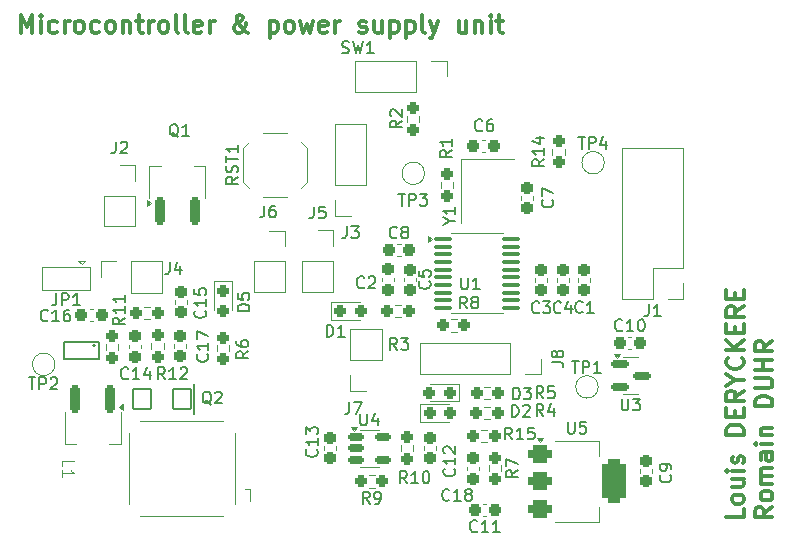
<source format=gto>
G04 #@! TF.GenerationSoftware,KiCad,Pcbnew,7.0.11-7.0.11~ubuntu22.04.1*
G04 #@! TF.CreationDate,2024-04-10T13:53:24+02:00*
G04 #@! TF.ProjectId,pcb_rduhr_lderyck,7063625f-7264-4756-9872-5f6c64657279,rev?*
G04 #@! TF.SameCoordinates,Original*
G04 #@! TF.FileFunction,Legend,Top*
G04 #@! TF.FilePolarity,Positive*
%FSLAX46Y46*%
G04 Gerber Fmt 4.6, Leading zero omitted, Abs format (unit mm)*
G04 Created by KiCad (PCBNEW 7.0.11-7.0.11~ubuntu22.04.1) date 2024-04-10 13:53:24*
%MOMM*%
%LPD*%
G01*
G04 APERTURE LIST*
G04 Aperture macros list*
%AMRoundRect*
0 Rectangle with rounded corners*
0 $1 Rounding radius*
0 $2 $3 $4 $5 $6 $7 $8 $9 X,Y pos of 4 corners*
0 Add a 4 corners polygon primitive as box body*
4,1,4,$2,$3,$4,$5,$6,$7,$8,$9,$2,$3,0*
0 Add four circle primitives for the rounded corners*
1,1,$1+$1,$2,$3*
1,1,$1+$1,$4,$5*
1,1,$1+$1,$6,$7*
1,1,$1+$1,$8,$9*
0 Add four rect primitives between the rounded corners*
20,1,$1+$1,$2,$3,$4,$5,0*
20,1,$1+$1,$4,$5,$6,$7,0*
20,1,$1+$1,$6,$7,$8,$9,0*
20,1,$1+$1,$8,$9,$2,$3,0*%
%AMFreePoly0*
4,1,9,5.362500,-0.866500,1.237500,-0.866500,1.237500,-0.450000,-1.237500,-0.450000,-1.237500,0.450000,1.237500,0.450000,1.237500,0.866500,5.362500,0.866500,5.362500,-0.866500,5.362500,-0.866500,$1*%
G04 Aperture macros list end*
%ADD10C,0.300000*%
%ADD11C,0.150000*%
%ADD12C,0.100000*%
%ADD13C,0.120000*%
%ADD14C,0.200000*%
%ADD15RoundRect,0.237500X0.237500X-0.250000X0.237500X0.250000X-0.237500X0.250000X-0.237500X-0.250000X0*%
%ADD16RoundRect,0.237500X-0.237500X0.300000X-0.237500X-0.300000X0.237500X-0.300000X0.237500X0.300000X0*%
%ADD17RoundRect,0.237500X-0.250000X-0.237500X0.250000X-0.237500X0.250000X0.237500X-0.250000X0.237500X0*%
%ADD18RoundRect,0.237500X0.250000X0.237500X-0.250000X0.237500X-0.250000X-0.237500X0.250000X-0.237500X0*%
%ADD19R,3.000000X7.500000*%
%ADD20RoundRect,0.237500X0.287500X0.237500X-0.287500X0.237500X-0.287500X-0.237500X0.287500X-0.237500X0*%
%ADD21RoundRect,0.150000X-0.512500X-0.150000X0.512500X-0.150000X0.512500X0.150000X-0.512500X0.150000X0*%
%ADD22RoundRect,0.237500X0.237500X-0.300000X0.237500X0.300000X-0.237500X0.300000X-0.237500X-0.300000X0*%
%ADD23R,1.700000X1.700000*%
%ADD24O,1.700000X1.700000*%
%ADD25R,1.800000X2.100000*%
%ADD26RoundRect,0.375000X-0.625000X-0.375000X0.625000X-0.375000X0.625000X0.375000X-0.625000X0.375000X0*%
%ADD27RoundRect,0.500000X-0.500000X-1.400000X0.500000X-1.400000X0.500000X1.400000X-0.500000X1.400000X0*%
%ADD28R,1.000000X1.500000*%
%ADD29RoundRect,0.237500X-0.237500X0.250000X-0.237500X-0.250000X0.237500X-0.250000X0.237500X0.250000X0*%
%ADD30RoundRect,0.237500X-0.300000X-0.237500X0.300000X-0.237500X0.300000X0.237500X-0.300000X0.237500X0*%
%ADD31RoundRect,0.237500X-0.237500X0.287500X-0.237500X-0.287500X0.237500X-0.287500X0.237500X0.287500X0*%
%ADD32R,0.550000X0.800000*%
%ADD33C,1.500000*%
%ADD34RoundRect,0.225000X-0.225000X0.925000X-0.225000X-0.925000X0.225000X-0.925000X0.225000X0.925000X0*%
%ADD35FreePoly0,270.000000*%
%ADD36RoundRect,0.225000X0.225000X-0.925000X0.225000X0.925000X-0.225000X0.925000X-0.225000X-0.925000X0*%
%ADD37FreePoly0,90.000000*%
%ADD38RoundRect,0.237500X-0.287500X-0.237500X0.287500X-0.237500X0.287500X0.237500X-0.287500X0.237500X0*%
%ADD39RoundRect,0.100000X-0.637500X-0.100000X0.637500X-0.100000X0.637500X0.100000X-0.637500X0.100000X0*%
%ADD40RoundRect,0.150000X-0.587500X-0.150000X0.587500X-0.150000X0.587500X0.150000X-0.587500X0.150000X0*%
%ADD41R,1.100000X1.800000*%
%ADD42RoundRect,0.237500X0.300000X0.237500X-0.300000X0.237500X-0.300000X-0.237500X0.300000X-0.237500X0*%
%ADD43RoundRect,0.050000X0.760000X0.840000X-0.760000X0.840000X-0.760000X-0.840000X0.760000X-0.840000X0*%
G04 APERTURE END LIST*
D10*
X133585828Y-98431203D02*
X133585828Y-99145489D01*
X133585828Y-99145489D02*
X132085828Y-99145489D01*
X133585828Y-97716917D02*
X133514400Y-97859774D01*
X133514400Y-97859774D02*
X133442971Y-97931203D01*
X133442971Y-97931203D02*
X133300114Y-98002631D01*
X133300114Y-98002631D02*
X132871542Y-98002631D01*
X132871542Y-98002631D02*
X132728685Y-97931203D01*
X132728685Y-97931203D02*
X132657257Y-97859774D01*
X132657257Y-97859774D02*
X132585828Y-97716917D01*
X132585828Y-97716917D02*
X132585828Y-97502631D01*
X132585828Y-97502631D02*
X132657257Y-97359774D01*
X132657257Y-97359774D02*
X132728685Y-97288346D01*
X132728685Y-97288346D02*
X132871542Y-97216917D01*
X132871542Y-97216917D02*
X133300114Y-97216917D01*
X133300114Y-97216917D02*
X133442971Y-97288346D01*
X133442971Y-97288346D02*
X133514400Y-97359774D01*
X133514400Y-97359774D02*
X133585828Y-97502631D01*
X133585828Y-97502631D02*
X133585828Y-97716917D01*
X132585828Y-95931203D02*
X133585828Y-95931203D01*
X132585828Y-96574060D02*
X133371542Y-96574060D01*
X133371542Y-96574060D02*
X133514400Y-96502631D01*
X133514400Y-96502631D02*
X133585828Y-96359774D01*
X133585828Y-96359774D02*
X133585828Y-96145488D01*
X133585828Y-96145488D02*
X133514400Y-96002631D01*
X133514400Y-96002631D02*
X133442971Y-95931203D01*
X133585828Y-95216917D02*
X132585828Y-95216917D01*
X132085828Y-95216917D02*
X132157257Y-95288345D01*
X132157257Y-95288345D02*
X132228685Y-95216917D01*
X132228685Y-95216917D02*
X132157257Y-95145488D01*
X132157257Y-95145488D02*
X132085828Y-95216917D01*
X132085828Y-95216917D02*
X132228685Y-95216917D01*
X133514400Y-94574059D02*
X133585828Y-94431202D01*
X133585828Y-94431202D02*
X133585828Y-94145488D01*
X133585828Y-94145488D02*
X133514400Y-94002631D01*
X133514400Y-94002631D02*
X133371542Y-93931202D01*
X133371542Y-93931202D02*
X133300114Y-93931202D01*
X133300114Y-93931202D02*
X133157257Y-94002631D01*
X133157257Y-94002631D02*
X133085828Y-94145488D01*
X133085828Y-94145488D02*
X133085828Y-94359774D01*
X133085828Y-94359774D02*
X133014400Y-94502631D01*
X133014400Y-94502631D02*
X132871542Y-94574059D01*
X132871542Y-94574059D02*
X132800114Y-94574059D01*
X132800114Y-94574059D02*
X132657257Y-94502631D01*
X132657257Y-94502631D02*
X132585828Y-94359774D01*
X132585828Y-94359774D02*
X132585828Y-94145488D01*
X132585828Y-94145488D02*
X132657257Y-94002631D01*
X133585828Y-92145488D02*
X132085828Y-92145488D01*
X132085828Y-92145488D02*
X132085828Y-91788345D01*
X132085828Y-91788345D02*
X132157257Y-91574059D01*
X132157257Y-91574059D02*
X132300114Y-91431202D01*
X132300114Y-91431202D02*
X132442971Y-91359773D01*
X132442971Y-91359773D02*
X132728685Y-91288345D01*
X132728685Y-91288345D02*
X132942971Y-91288345D01*
X132942971Y-91288345D02*
X133228685Y-91359773D01*
X133228685Y-91359773D02*
X133371542Y-91431202D01*
X133371542Y-91431202D02*
X133514400Y-91574059D01*
X133514400Y-91574059D02*
X133585828Y-91788345D01*
X133585828Y-91788345D02*
X133585828Y-92145488D01*
X132800114Y-90645488D02*
X132800114Y-90145488D01*
X133585828Y-89931202D02*
X133585828Y-90645488D01*
X133585828Y-90645488D02*
X132085828Y-90645488D01*
X132085828Y-90645488D02*
X132085828Y-89931202D01*
X133585828Y-88431202D02*
X132871542Y-88931202D01*
X133585828Y-89288345D02*
X132085828Y-89288345D01*
X132085828Y-89288345D02*
X132085828Y-88716916D01*
X132085828Y-88716916D02*
X132157257Y-88574059D01*
X132157257Y-88574059D02*
X132228685Y-88502630D01*
X132228685Y-88502630D02*
X132371542Y-88431202D01*
X132371542Y-88431202D02*
X132585828Y-88431202D01*
X132585828Y-88431202D02*
X132728685Y-88502630D01*
X132728685Y-88502630D02*
X132800114Y-88574059D01*
X132800114Y-88574059D02*
X132871542Y-88716916D01*
X132871542Y-88716916D02*
X132871542Y-89288345D01*
X132871542Y-87502630D02*
X133585828Y-87502630D01*
X132085828Y-88002630D02*
X132871542Y-87502630D01*
X132871542Y-87502630D02*
X132085828Y-87002630D01*
X133442971Y-85645488D02*
X133514400Y-85716916D01*
X133514400Y-85716916D02*
X133585828Y-85931202D01*
X133585828Y-85931202D02*
X133585828Y-86074059D01*
X133585828Y-86074059D02*
X133514400Y-86288345D01*
X133514400Y-86288345D02*
X133371542Y-86431202D01*
X133371542Y-86431202D02*
X133228685Y-86502631D01*
X133228685Y-86502631D02*
X132942971Y-86574059D01*
X132942971Y-86574059D02*
X132728685Y-86574059D01*
X132728685Y-86574059D02*
X132442971Y-86502631D01*
X132442971Y-86502631D02*
X132300114Y-86431202D01*
X132300114Y-86431202D02*
X132157257Y-86288345D01*
X132157257Y-86288345D02*
X132085828Y-86074059D01*
X132085828Y-86074059D02*
X132085828Y-85931202D01*
X132085828Y-85931202D02*
X132157257Y-85716916D01*
X132157257Y-85716916D02*
X132228685Y-85645488D01*
X133585828Y-85002631D02*
X132085828Y-85002631D01*
X133585828Y-84145488D02*
X132728685Y-84788345D01*
X132085828Y-84145488D02*
X132942971Y-85002631D01*
X132800114Y-83502631D02*
X132800114Y-83002631D01*
X133585828Y-82788345D02*
X133585828Y-83502631D01*
X133585828Y-83502631D02*
X132085828Y-83502631D01*
X132085828Y-83502631D02*
X132085828Y-82788345D01*
X133585828Y-81288345D02*
X132871542Y-81788345D01*
X133585828Y-82145488D02*
X132085828Y-82145488D01*
X132085828Y-82145488D02*
X132085828Y-81574059D01*
X132085828Y-81574059D02*
X132157257Y-81431202D01*
X132157257Y-81431202D02*
X132228685Y-81359773D01*
X132228685Y-81359773D02*
X132371542Y-81288345D01*
X132371542Y-81288345D02*
X132585828Y-81288345D01*
X132585828Y-81288345D02*
X132728685Y-81359773D01*
X132728685Y-81359773D02*
X132800114Y-81431202D01*
X132800114Y-81431202D02*
X132871542Y-81574059D01*
X132871542Y-81574059D02*
X132871542Y-82145488D01*
X132800114Y-80645488D02*
X132800114Y-80145488D01*
X133585828Y-79931202D02*
X133585828Y-80645488D01*
X133585828Y-80645488D02*
X132085828Y-80645488D01*
X132085828Y-80645488D02*
X132085828Y-79931202D01*
X136000828Y-98288346D02*
X135286542Y-98788346D01*
X136000828Y-99145489D02*
X134500828Y-99145489D01*
X134500828Y-99145489D02*
X134500828Y-98574060D01*
X134500828Y-98574060D02*
X134572257Y-98431203D01*
X134572257Y-98431203D02*
X134643685Y-98359774D01*
X134643685Y-98359774D02*
X134786542Y-98288346D01*
X134786542Y-98288346D02*
X135000828Y-98288346D01*
X135000828Y-98288346D02*
X135143685Y-98359774D01*
X135143685Y-98359774D02*
X135215114Y-98431203D01*
X135215114Y-98431203D02*
X135286542Y-98574060D01*
X135286542Y-98574060D02*
X135286542Y-99145489D01*
X136000828Y-97431203D02*
X135929400Y-97574060D01*
X135929400Y-97574060D02*
X135857971Y-97645489D01*
X135857971Y-97645489D02*
X135715114Y-97716917D01*
X135715114Y-97716917D02*
X135286542Y-97716917D01*
X135286542Y-97716917D02*
X135143685Y-97645489D01*
X135143685Y-97645489D02*
X135072257Y-97574060D01*
X135072257Y-97574060D02*
X135000828Y-97431203D01*
X135000828Y-97431203D02*
X135000828Y-97216917D01*
X135000828Y-97216917D02*
X135072257Y-97074060D01*
X135072257Y-97074060D02*
X135143685Y-97002632D01*
X135143685Y-97002632D02*
X135286542Y-96931203D01*
X135286542Y-96931203D02*
X135715114Y-96931203D01*
X135715114Y-96931203D02*
X135857971Y-97002632D01*
X135857971Y-97002632D02*
X135929400Y-97074060D01*
X135929400Y-97074060D02*
X136000828Y-97216917D01*
X136000828Y-97216917D02*
X136000828Y-97431203D01*
X136000828Y-96288346D02*
X135000828Y-96288346D01*
X135143685Y-96288346D02*
X135072257Y-96216917D01*
X135072257Y-96216917D02*
X135000828Y-96074060D01*
X135000828Y-96074060D02*
X135000828Y-95859774D01*
X135000828Y-95859774D02*
X135072257Y-95716917D01*
X135072257Y-95716917D02*
X135215114Y-95645489D01*
X135215114Y-95645489D02*
X136000828Y-95645489D01*
X135215114Y-95645489D02*
X135072257Y-95574060D01*
X135072257Y-95574060D02*
X135000828Y-95431203D01*
X135000828Y-95431203D02*
X135000828Y-95216917D01*
X135000828Y-95216917D02*
X135072257Y-95074060D01*
X135072257Y-95074060D02*
X135215114Y-95002631D01*
X135215114Y-95002631D02*
X136000828Y-95002631D01*
X136000828Y-93645489D02*
X135215114Y-93645489D01*
X135215114Y-93645489D02*
X135072257Y-93716917D01*
X135072257Y-93716917D02*
X135000828Y-93859774D01*
X135000828Y-93859774D02*
X135000828Y-94145489D01*
X135000828Y-94145489D02*
X135072257Y-94288346D01*
X135929400Y-93645489D02*
X136000828Y-93788346D01*
X136000828Y-93788346D02*
X136000828Y-94145489D01*
X136000828Y-94145489D02*
X135929400Y-94288346D01*
X135929400Y-94288346D02*
X135786542Y-94359774D01*
X135786542Y-94359774D02*
X135643685Y-94359774D01*
X135643685Y-94359774D02*
X135500828Y-94288346D01*
X135500828Y-94288346D02*
X135429400Y-94145489D01*
X135429400Y-94145489D02*
X135429400Y-93788346D01*
X135429400Y-93788346D02*
X135357971Y-93645489D01*
X136000828Y-92931203D02*
X135000828Y-92931203D01*
X134500828Y-92931203D02*
X134572257Y-93002631D01*
X134572257Y-93002631D02*
X134643685Y-92931203D01*
X134643685Y-92931203D02*
X134572257Y-92859774D01*
X134572257Y-92859774D02*
X134500828Y-92931203D01*
X134500828Y-92931203D02*
X134643685Y-92931203D01*
X135000828Y-92216917D02*
X136000828Y-92216917D01*
X135143685Y-92216917D02*
X135072257Y-92145488D01*
X135072257Y-92145488D02*
X135000828Y-92002631D01*
X135000828Y-92002631D02*
X135000828Y-91788345D01*
X135000828Y-91788345D02*
X135072257Y-91645488D01*
X135072257Y-91645488D02*
X135215114Y-91574060D01*
X135215114Y-91574060D02*
X136000828Y-91574060D01*
X136000828Y-89716917D02*
X134500828Y-89716917D01*
X134500828Y-89716917D02*
X134500828Y-89359774D01*
X134500828Y-89359774D02*
X134572257Y-89145488D01*
X134572257Y-89145488D02*
X134715114Y-89002631D01*
X134715114Y-89002631D02*
X134857971Y-88931202D01*
X134857971Y-88931202D02*
X135143685Y-88859774D01*
X135143685Y-88859774D02*
X135357971Y-88859774D01*
X135357971Y-88859774D02*
X135643685Y-88931202D01*
X135643685Y-88931202D02*
X135786542Y-89002631D01*
X135786542Y-89002631D02*
X135929400Y-89145488D01*
X135929400Y-89145488D02*
X136000828Y-89359774D01*
X136000828Y-89359774D02*
X136000828Y-89716917D01*
X134500828Y-88216917D02*
X135715114Y-88216917D01*
X135715114Y-88216917D02*
X135857971Y-88145488D01*
X135857971Y-88145488D02*
X135929400Y-88074060D01*
X135929400Y-88074060D02*
X136000828Y-87931202D01*
X136000828Y-87931202D02*
X136000828Y-87645488D01*
X136000828Y-87645488D02*
X135929400Y-87502631D01*
X135929400Y-87502631D02*
X135857971Y-87431202D01*
X135857971Y-87431202D02*
X135715114Y-87359774D01*
X135715114Y-87359774D02*
X134500828Y-87359774D01*
X136000828Y-86645488D02*
X134500828Y-86645488D01*
X135215114Y-86645488D02*
X135215114Y-85788345D01*
X136000828Y-85788345D02*
X134500828Y-85788345D01*
X136000828Y-84216916D02*
X135286542Y-84716916D01*
X136000828Y-85074059D02*
X134500828Y-85074059D01*
X134500828Y-85074059D02*
X134500828Y-84502630D01*
X134500828Y-84502630D02*
X134572257Y-84359773D01*
X134572257Y-84359773D02*
X134643685Y-84288344D01*
X134643685Y-84288344D02*
X134786542Y-84216916D01*
X134786542Y-84216916D02*
X135000828Y-84216916D01*
X135000828Y-84216916D02*
X135143685Y-84288344D01*
X135143685Y-84288344D02*
X135215114Y-84359773D01*
X135215114Y-84359773D02*
X135286542Y-84502630D01*
X135286542Y-84502630D02*
X135286542Y-85074059D01*
X72354510Y-58100828D02*
X72354510Y-56600828D01*
X72354510Y-56600828D02*
X72854510Y-57672257D01*
X72854510Y-57672257D02*
X73354510Y-56600828D01*
X73354510Y-56600828D02*
X73354510Y-58100828D01*
X74068796Y-58100828D02*
X74068796Y-57100828D01*
X74068796Y-56600828D02*
X73997368Y-56672257D01*
X73997368Y-56672257D02*
X74068796Y-56743685D01*
X74068796Y-56743685D02*
X74140225Y-56672257D01*
X74140225Y-56672257D02*
X74068796Y-56600828D01*
X74068796Y-56600828D02*
X74068796Y-56743685D01*
X75425940Y-58029400D02*
X75283082Y-58100828D01*
X75283082Y-58100828D02*
X74997368Y-58100828D01*
X74997368Y-58100828D02*
X74854511Y-58029400D01*
X74854511Y-58029400D02*
X74783082Y-57957971D01*
X74783082Y-57957971D02*
X74711654Y-57815114D01*
X74711654Y-57815114D02*
X74711654Y-57386542D01*
X74711654Y-57386542D02*
X74783082Y-57243685D01*
X74783082Y-57243685D02*
X74854511Y-57172257D01*
X74854511Y-57172257D02*
X74997368Y-57100828D01*
X74997368Y-57100828D02*
X75283082Y-57100828D01*
X75283082Y-57100828D02*
X75425940Y-57172257D01*
X76068796Y-58100828D02*
X76068796Y-57100828D01*
X76068796Y-57386542D02*
X76140225Y-57243685D01*
X76140225Y-57243685D02*
X76211654Y-57172257D01*
X76211654Y-57172257D02*
X76354511Y-57100828D01*
X76354511Y-57100828D02*
X76497368Y-57100828D01*
X77211653Y-58100828D02*
X77068796Y-58029400D01*
X77068796Y-58029400D02*
X76997367Y-57957971D01*
X76997367Y-57957971D02*
X76925939Y-57815114D01*
X76925939Y-57815114D02*
X76925939Y-57386542D01*
X76925939Y-57386542D02*
X76997367Y-57243685D01*
X76997367Y-57243685D02*
X77068796Y-57172257D01*
X77068796Y-57172257D02*
X77211653Y-57100828D01*
X77211653Y-57100828D02*
X77425939Y-57100828D01*
X77425939Y-57100828D02*
X77568796Y-57172257D01*
X77568796Y-57172257D02*
X77640225Y-57243685D01*
X77640225Y-57243685D02*
X77711653Y-57386542D01*
X77711653Y-57386542D02*
X77711653Y-57815114D01*
X77711653Y-57815114D02*
X77640225Y-57957971D01*
X77640225Y-57957971D02*
X77568796Y-58029400D01*
X77568796Y-58029400D02*
X77425939Y-58100828D01*
X77425939Y-58100828D02*
X77211653Y-58100828D01*
X78997368Y-58029400D02*
X78854510Y-58100828D01*
X78854510Y-58100828D02*
X78568796Y-58100828D01*
X78568796Y-58100828D02*
X78425939Y-58029400D01*
X78425939Y-58029400D02*
X78354510Y-57957971D01*
X78354510Y-57957971D02*
X78283082Y-57815114D01*
X78283082Y-57815114D02*
X78283082Y-57386542D01*
X78283082Y-57386542D02*
X78354510Y-57243685D01*
X78354510Y-57243685D02*
X78425939Y-57172257D01*
X78425939Y-57172257D02*
X78568796Y-57100828D01*
X78568796Y-57100828D02*
X78854510Y-57100828D01*
X78854510Y-57100828D02*
X78997368Y-57172257D01*
X79854510Y-58100828D02*
X79711653Y-58029400D01*
X79711653Y-58029400D02*
X79640224Y-57957971D01*
X79640224Y-57957971D02*
X79568796Y-57815114D01*
X79568796Y-57815114D02*
X79568796Y-57386542D01*
X79568796Y-57386542D02*
X79640224Y-57243685D01*
X79640224Y-57243685D02*
X79711653Y-57172257D01*
X79711653Y-57172257D02*
X79854510Y-57100828D01*
X79854510Y-57100828D02*
X80068796Y-57100828D01*
X80068796Y-57100828D02*
X80211653Y-57172257D01*
X80211653Y-57172257D02*
X80283082Y-57243685D01*
X80283082Y-57243685D02*
X80354510Y-57386542D01*
X80354510Y-57386542D02*
X80354510Y-57815114D01*
X80354510Y-57815114D02*
X80283082Y-57957971D01*
X80283082Y-57957971D02*
X80211653Y-58029400D01*
X80211653Y-58029400D02*
X80068796Y-58100828D01*
X80068796Y-58100828D02*
X79854510Y-58100828D01*
X80997367Y-57100828D02*
X80997367Y-58100828D01*
X80997367Y-57243685D02*
X81068796Y-57172257D01*
X81068796Y-57172257D02*
X81211653Y-57100828D01*
X81211653Y-57100828D02*
X81425939Y-57100828D01*
X81425939Y-57100828D02*
X81568796Y-57172257D01*
X81568796Y-57172257D02*
X81640225Y-57315114D01*
X81640225Y-57315114D02*
X81640225Y-58100828D01*
X82140225Y-57100828D02*
X82711653Y-57100828D01*
X82354510Y-56600828D02*
X82354510Y-57886542D01*
X82354510Y-57886542D02*
X82425939Y-58029400D01*
X82425939Y-58029400D02*
X82568796Y-58100828D01*
X82568796Y-58100828D02*
X82711653Y-58100828D01*
X83211653Y-58100828D02*
X83211653Y-57100828D01*
X83211653Y-57386542D02*
X83283082Y-57243685D01*
X83283082Y-57243685D02*
X83354511Y-57172257D01*
X83354511Y-57172257D02*
X83497368Y-57100828D01*
X83497368Y-57100828D02*
X83640225Y-57100828D01*
X84354510Y-58100828D02*
X84211653Y-58029400D01*
X84211653Y-58029400D02*
X84140224Y-57957971D01*
X84140224Y-57957971D02*
X84068796Y-57815114D01*
X84068796Y-57815114D02*
X84068796Y-57386542D01*
X84068796Y-57386542D02*
X84140224Y-57243685D01*
X84140224Y-57243685D02*
X84211653Y-57172257D01*
X84211653Y-57172257D02*
X84354510Y-57100828D01*
X84354510Y-57100828D02*
X84568796Y-57100828D01*
X84568796Y-57100828D02*
X84711653Y-57172257D01*
X84711653Y-57172257D02*
X84783082Y-57243685D01*
X84783082Y-57243685D02*
X84854510Y-57386542D01*
X84854510Y-57386542D02*
X84854510Y-57815114D01*
X84854510Y-57815114D02*
X84783082Y-57957971D01*
X84783082Y-57957971D02*
X84711653Y-58029400D01*
X84711653Y-58029400D02*
X84568796Y-58100828D01*
X84568796Y-58100828D02*
X84354510Y-58100828D01*
X85711653Y-58100828D02*
X85568796Y-58029400D01*
X85568796Y-58029400D02*
X85497367Y-57886542D01*
X85497367Y-57886542D02*
X85497367Y-56600828D01*
X86497367Y-58100828D02*
X86354510Y-58029400D01*
X86354510Y-58029400D02*
X86283081Y-57886542D01*
X86283081Y-57886542D02*
X86283081Y-56600828D01*
X87640224Y-58029400D02*
X87497367Y-58100828D01*
X87497367Y-58100828D02*
X87211653Y-58100828D01*
X87211653Y-58100828D02*
X87068795Y-58029400D01*
X87068795Y-58029400D02*
X86997367Y-57886542D01*
X86997367Y-57886542D02*
X86997367Y-57315114D01*
X86997367Y-57315114D02*
X87068795Y-57172257D01*
X87068795Y-57172257D02*
X87211653Y-57100828D01*
X87211653Y-57100828D02*
X87497367Y-57100828D01*
X87497367Y-57100828D02*
X87640224Y-57172257D01*
X87640224Y-57172257D02*
X87711653Y-57315114D01*
X87711653Y-57315114D02*
X87711653Y-57457971D01*
X87711653Y-57457971D02*
X86997367Y-57600828D01*
X88354509Y-58100828D02*
X88354509Y-57100828D01*
X88354509Y-57386542D02*
X88425938Y-57243685D01*
X88425938Y-57243685D02*
X88497367Y-57172257D01*
X88497367Y-57172257D02*
X88640224Y-57100828D01*
X88640224Y-57100828D02*
X88783081Y-57100828D01*
X91640223Y-58100828D02*
X91568795Y-58100828D01*
X91568795Y-58100828D02*
X91425937Y-58029400D01*
X91425937Y-58029400D02*
X91211652Y-57815114D01*
X91211652Y-57815114D02*
X90854509Y-57386542D01*
X90854509Y-57386542D02*
X90711652Y-57172257D01*
X90711652Y-57172257D02*
X90640223Y-56957971D01*
X90640223Y-56957971D02*
X90640223Y-56815114D01*
X90640223Y-56815114D02*
X90711652Y-56672257D01*
X90711652Y-56672257D02*
X90854509Y-56600828D01*
X90854509Y-56600828D02*
X90925937Y-56600828D01*
X90925937Y-56600828D02*
X91068795Y-56672257D01*
X91068795Y-56672257D02*
X91140223Y-56815114D01*
X91140223Y-56815114D02*
X91140223Y-56886542D01*
X91140223Y-56886542D02*
X91068795Y-57029400D01*
X91068795Y-57029400D02*
X90997366Y-57100828D01*
X90997366Y-57100828D02*
X90568795Y-57386542D01*
X90568795Y-57386542D02*
X90497366Y-57457971D01*
X90497366Y-57457971D02*
X90425937Y-57600828D01*
X90425937Y-57600828D02*
X90425937Y-57815114D01*
X90425937Y-57815114D02*
X90497366Y-57957971D01*
X90497366Y-57957971D02*
X90568795Y-58029400D01*
X90568795Y-58029400D02*
X90711652Y-58100828D01*
X90711652Y-58100828D02*
X90925937Y-58100828D01*
X90925937Y-58100828D02*
X91068795Y-58029400D01*
X91068795Y-58029400D02*
X91140223Y-57957971D01*
X91140223Y-57957971D02*
X91354509Y-57672257D01*
X91354509Y-57672257D02*
X91425937Y-57457971D01*
X91425937Y-57457971D02*
X91425937Y-57315114D01*
X93425937Y-57100828D02*
X93425937Y-58600828D01*
X93425937Y-57172257D02*
X93568795Y-57100828D01*
X93568795Y-57100828D02*
X93854509Y-57100828D01*
X93854509Y-57100828D02*
X93997366Y-57172257D01*
X93997366Y-57172257D02*
X94068795Y-57243685D01*
X94068795Y-57243685D02*
X94140223Y-57386542D01*
X94140223Y-57386542D02*
X94140223Y-57815114D01*
X94140223Y-57815114D02*
X94068795Y-57957971D01*
X94068795Y-57957971D02*
X93997366Y-58029400D01*
X93997366Y-58029400D02*
X93854509Y-58100828D01*
X93854509Y-58100828D02*
X93568795Y-58100828D01*
X93568795Y-58100828D02*
X93425937Y-58029400D01*
X94997366Y-58100828D02*
X94854509Y-58029400D01*
X94854509Y-58029400D02*
X94783080Y-57957971D01*
X94783080Y-57957971D02*
X94711652Y-57815114D01*
X94711652Y-57815114D02*
X94711652Y-57386542D01*
X94711652Y-57386542D02*
X94783080Y-57243685D01*
X94783080Y-57243685D02*
X94854509Y-57172257D01*
X94854509Y-57172257D02*
X94997366Y-57100828D01*
X94997366Y-57100828D02*
X95211652Y-57100828D01*
X95211652Y-57100828D02*
X95354509Y-57172257D01*
X95354509Y-57172257D02*
X95425938Y-57243685D01*
X95425938Y-57243685D02*
X95497366Y-57386542D01*
X95497366Y-57386542D02*
X95497366Y-57815114D01*
X95497366Y-57815114D02*
X95425938Y-57957971D01*
X95425938Y-57957971D02*
X95354509Y-58029400D01*
X95354509Y-58029400D02*
X95211652Y-58100828D01*
X95211652Y-58100828D02*
X94997366Y-58100828D01*
X95997366Y-57100828D02*
X96283081Y-58100828D01*
X96283081Y-58100828D02*
X96568795Y-57386542D01*
X96568795Y-57386542D02*
X96854509Y-58100828D01*
X96854509Y-58100828D02*
X97140223Y-57100828D01*
X98283081Y-58029400D02*
X98140224Y-58100828D01*
X98140224Y-58100828D02*
X97854510Y-58100828D01*
X97854510Y-58100828D02*
X97711652Y-58029400D01*
X97711652Y-58029400D02*
X97640224Y-57886542D01*
X97640224Y-57886542D02*
X97640224Y-57315114D01*
X97640224Y-57315114D02*
X97711652Y-57172257D01*
X97711652Y-57172257D02*
X97854510Y-57100828D01*
X97854510Y-57100828D02*
X98140224Y-57100828D01*
X98140224Y-57100828D02*
X98283081Y-57172257D01*
X98283081Y-57172257D02*
X98354510Y-57315114D01*
X98354510Y-57315114D02*
X98354510Y-57457971D01*
X98354510Y-57457971D02*
X97640224Y-57600828D01*
X98997366Y-58100828D02*
X98997366Y-57100828D01*
X98997366Y-57386542D02*
X99068795Y-57243685D01*
X99068795Y-57243685D02*
X99140224Y-57172257D01*
X99140224Y-57172257D02*
X99283081Y-57100828D01*
X99283081Y-57100828D02*
X99425938Y-57100828D01*
X100997366Y-58029400D02*
X101140223Y-58100828D01*
X101140223Y-58100828D02*
X101425937Y-58100828D01*
X101425937Y-58100828D02*
X101568794Y-58029400D01*
X101568794Y-58029400D02*
X101640223Y-57886542D01*
X101640223Y-57886542D02*
X101640223Y-57815114D01*
X101640223Y-57815114D02*
X101568794Y-57672257D01*
X101568794Y-57672257D02*
X101425937Y-57600828D01*
X101425937Y-57600828D02*
X101211652Y-57600828D01*
X101211652Y-57600828D02*
X101068794Y-57529400D01*
X101068794Y-57529400D02*
X100997366Y-57386542D01*
X100997366Y-57386542D02*
X100997366Y-57315114D01*
X100997366Y-57315114D02*
X101068794Y-57172257D01*
X101068794Y-57172257D02*
X101211652Y-57100828D01*
X101211652Y-57100828D02*
X101425937Y-57100828D01*
X101425937Y-57100828D02*
X101568794Y-57172257D01*
X102925938Y-57100828D02*
X102925938Y-58100828D01*
X102283080Y-57100828D02*
X102283080Y-57886542D01*
X102283080Y-57886542D02*
X102354509Y-58029400D01*
X102354509Y-58029400D02*
X102497366Y-58100828D01*
X102497366Y-58100828D02*
X102711652Y-58100828D01*
X102711652Y-58100828D02*
X102854509Y-58029400D01*
X102854509Y-58029400D02*
X102925938Y-57957971D01*
X103640223Y-57100828D02*
X103640223Y-58600828D01*
X103640223Y-57172257D02*
X103783081Y-57100828D01*
X103783081Y-57100828D02*
X104068795Y-57100828D01*
X104068795Y-57100828D02*
X104211652Y-57172257D01*
X104211652Y-57172257D02*
X104283081Y-57243685D01*
X104283081Y-57243685D02*
X104354509Y-57386542D01*
X104354509Y-57386542D02*
X104354509Y-57815114D01*
X104354509Y-57815114D02*
X104283081Y-57957971D01*
X104283081Y-57957971D02*
X104211652Y-58029400D01*
X104211652Y-58029400D02*
X104068795Y-58100828D01*
X104068795Y-58100828D02*
X103783081Y-58100828D01*
X103783081Y-58100828D02*
X103640223Y-58029400D01*
X104997366Y-57100828D02*
X104997366Y-58600828D01*
X104997366Y-57172257D02*
X105140224Y-57100828D01*
X105140224Y-57100828D02*
X105425938Y-57100828D01*
X105425938Y-57100828D02*
X105568795Y-57172257D01*
X105568795Y-57172257D02*
X105640224Y-57243685D01*
X105640224Y-57243685D02*
X105711652Y-57386542D01*
X105711652Y-57386542D02*
X105711652Y-57815114D01*
X105711652Y-57815114D02*
X105640224Y-57957971D01*
X105640224Y-57957971D02*
X105568795Y-58029400D01*
X105568795Y-58029400D02*
X105425938Y-58100828D01*
X105425938Y-58100828D02*
X105140224Y-58100828D01*
X105140224Y-58100828D02*
X104997366Y-58029400D01*
X106568795Y-58100828D02*
X106425938Y-58029400D01*
X106425938Y-58029400D02*
X106354509Y-57886542D01*
X106354509Y-57886542D02*
X106354509Y-56600828D01*
X106997366Y-57100828D02*
X107354509Y-58100828D01*
X107711652Y-57100828D02*
X107354509Y-58100828D01*
X107354509Y-58100828D02*
X107211652Y-58457971D01*
X107211652Y-58457971D02*
X107140223Y-58529400D01*
X107140223Y-58529400D02*
X106997366Y-58600828D01*
X110068795Y-57100828D02*
X110068795Y-58100828D01*
X109425937Y-57100828D02*
X109425937Y-57886542D01*
X109425937Y-57886542D02*
X109497366Y-58029400D01*
X109497366Y-58029400D02*
X109640223Y-58100828D01*
X109640223Y-58100828D02*
X109854509Y-58100828D01*
X109854509Y-58100828D02*
X109997366Y-58029400D01*
X109997366Y-58029400D02*
X110068795Y-57957971D01*
X110783080Y-57100828D02*
X110783080Y-58100828D01*
X110783080Y-57243685D02*
X110854509Y-57172257D01*
X110854509Y-57172257D02*
X110997366Y-57100828D01*
X110997366Y-57100828D02*
X111211652Y-57100828D01*
X111211652Y-57100828D02*
X111354509Y-57172257D01*
X111354509Y-57172257D02*
X111425938Y-57315114D01*
X111425938Y-57315114D02*
X111425938Y-58100828D01*
X112140223Y-58100828D02*
X112140223Y-57100828D01*
X112140223Y-56600828D02*
X112068795Y-56672257D01*
X112068795Y-56672257D02*
X112140223Y-56743685D01*
X112140223Y-56743685D02*
X112211652Y-56672257D01*
X112211652Y-56672257D02*
X112140223Y-56600828D01*
X112140223Y-56600828D02*
X112140223Y-56743685D01*
X112640224Y-57100828D02*
X113211652Y-57100828D01*
X112854509Y-56600828D02*
X112854509Y-57886542D01*
X112854509Y-57886542D02*
X112925938Y-58029400D01*
X112925938Y-58029400D02*
X113068795Y-58100828D01*
X113068795Y-58100828D02*
X113211652Y-58100828D01*
D11*
X91626819Y-85094666D02*
X91150628Y-85427999D01*
X91626819Y-85666094D02*
X90626819Y-85666094D01*
X90626819Y-85666094D02*
X90626819Y-85285142D01*
X90626819Y-85285142D02*
X90674438Y-85189904D01*
X90674438Y-85189904D02*
X90722057Y-85142285D01*
X90722057Y-85142285D02*
X90817295Y-85094666D01*
X90817295Y-85094666D02*
X90960152Y-85094666D01*
X90960152Y-85094666D02*
X91055390Y-85142285D01*
X91055390Y-85142285D02*
X91103009Y-85189904D01*
X91103009Y-85189904D02*
X91150628Y-85285142D01*
X91150628Y-85285142D02*
X91150628Y-85666094D01*
X90626819Y-84237523D02*
X90626819Y-84427999D01*
X90626819Y-84427999D02*
X90674438Y-84523237D01*
X90674438Y-84523237D02*
X90722057Y-84570856D01*
X90722057Y-84570856D02*
X90864914Y-84666094D01*
X90864914Y-84666094D02*
X91055390Y-84713713D01*
X91055390Y-84713713D02*
X91436342Y-84713713D01*
X91436342Y-84713713D02*
X91531580Y-84666094D01*
X91531580Y-84666094D02*
X91579200Y-84618475D01*
X91579200Y-84618475D02*
X91626819Y-84523237D01*
X91626819Y-84523237D02*
X91626819Y-84332761D01*
X91626819Y-84332761D02*
X91579200Y-84237523D01*
X91579200Y-84237523D02*
X91531580Y-84189904D01*
X91531580Y-84189904D02*
X91436342Y-84142285D01*
X91436342Y-84142285D02*
X91198247Y-84142285D01*
X91198247Y-84142285D02*
X91103009Y-84189904D01*
X91103009Y-84189904D02*
X91055390Y-84237523D01*
X91055390Y-84237523D02*
X91007771Y-84332761D01*
X91007771Y-84332761D02*
X91007771Y-84523237D01*
X91007771Y-84523237D02*
X91055390Y-84618475D01*
X91055390Y-84618475D02*
X91103009Y-84666094D01*
X91103009Y-84666094D02*
X91198247Y-84713713D01*
X116249956Y-81776203D02*
X116202337Y-81823823D01*
X116202337Y-81823823D02*
X116059480Y-81871442D01*
X116059480Y-81871442D02*
X115964242Y-81871442D01*
X115964242Y-81871442D02*
X115821385Y-81823823D01*
X115821385Y-81823823D02*
X115726147Y-81728584D01*
X115726147Y-81728584D02*
X115678528Y-81633346D01*
X115678528Y-81633346D02*
X115630909Y-81442870D01*
X115630909Y-81442870D02*
X115630909Y-81300013D01*
X115630909Y-81300013D02*
X115678528Y-81109537D01*
X115678528Y-81109537D02*
X115726147Y-81014299D01*
X115726147Y-81014299D02*
X115821385Y-80919061D01*
X115821385Y-80919061D02*
X115964242Y-80871442D01*
X115964242Y-80871442D02*
X116059480Y-80871442D01*
X116059480Y-80871442D02*
X116202337Y-80919061D01*
X116202337Y-80919061D02*
X116249956Y-80966680D01*
X116583290Y-80871442D02*
X117202337Y-80871442D01*
X117202337Y-80871442D02*
X116869004Y-81252394D01*
X116869004Y-81252394D02*
X117011861Y-81252394D01*
X117011861Y-81252394D02*
X117107099Y-81300013D01*
X117107099Y-81300013D02*
X117154718Y-81347632D01*
X117154718Y-81347632D02*
X117202337Y-81442870D01*
X117202337Y-81442870D02*
X117202337Y-81680965D01*
X117202337Y-81680965D02*
X117154718Y-81776203D01*
X117154718Y-81776203D02*
X117107099Y-81823823D01*
X117107099Y-81823823D02*
X117011861Y-81871442D01*
X117011861Y-81871442D02*
X116726147Y-81871442D01*
X116726147Y-81871442D02*
X116630909Y-81823823D01*
X116630909Y-81823823D02*
X116583290Y-81776203D01*
X113957142Y-92554819D02*
X113623809Y-92078628D01*
X113385714Y-92554819D02*
X113385714Y-91554819D01*
X113385714Y-91554819D02*
X113766666Y-91554819D01*
X113766666Y-91554819D02*
X113861904Y-91602438D01*
X113861904Y-91602438D02*
X113909523Y-91650057D01*
X113909523Y-91650057D02*
X113957142Y-91745295D01*
X113957142Y-91745295D02*
X113957142Y-91888152D01*
X113957142Y-91888152D02*
X113909523Y-91983390D01*
X113909523Y-91983390D02*
X113861904Y-92031009D01*
X113861904Y-92031009D02*
X113766666Y-92078628D01*
X113766666Y-92078628D02*
X113385714Y-92078628D01*
X114909523Y-92554819D02*
X114338095Y-92554819D01*
X114623809Y-92554819D02*
X114623809Y-91554819D01*
X114623809Y-91554819D02*
X114528571Y-91697676D01*
X114528571Y-91697676D02*
X114433333Y-91792914D01*
X114433333Y-91792914D02*
X114338095Y-91840533D01*
X115814285Y-91554819D02*
X115338095Y-91554819D01*
X115338095Y-91554819D02*
X115290476Y-92031009D01*
X115290476Y-92031009D02*
X115338095Y-91983390D01*
X115338095Y-91983390D02*
X115433333Y-91935771D01*
X115433333Y-91935771D02*
X115671428Y-91935771D01*
X115671428Y-91935771D02*
X115766666Y-91983390D01*
X115766666Y-91983390D02*
X115814285Y-92031009D01*
X115814285Y-92031009D02*
X115861904Y-92126247D01*
X115861904Y-92126247D02*
X115861904Y-92364342D01*
X115861904Y-92364342D02*
X115814285Y-92459580D01*
X115814285Y-92459580D02*
X115766666Y-92507200D01*
X115766666Y-92507200D02*
X115671428Y-92554819D01*
X115671428Y-92554819D02*
X115433333Y-92554819D01*
X115433333Y-92554819D02*
X115338095Y-92507200D01*
X115338095Y-92507200D02*
X115290476Y-92459580D01*
X116613333Y-89054819D02*
X116280000Y-88578628D01*
X116041905Y-89054819D02*
X116041905Y-88054819D01*
X116041905Y-88054819D02*
X116422857Y-88054819D01*
X116422857Y-88054819D02*
X116518095Y-88102438D01*
X116518095Y-88102438D02*
X116565714Y-88150057D01*
X116565714Y-88150057D02*
X116613333Y-88245295D01*
X116613333Y-88245295D02*
X116613333Y-88388152D01*
X116613333Y-88388152D02*
X116565714Y-88483390D01*
X116565714Y-88483390D02*
X116518095Y-88531009D01*
X116518095Y-88531009D02*
X116422857Y-88578628D01*
X116422857Y-88578628D02*
X116041905Y-88578628D01*
X117518095Y-88054819D02*
X117041905Y-88054819D01*
X117041905Y-88054819D02*
X116994286Y-88531009D01*
X116994286Y-88531009D02*
X117041905Y-88483390D01*
X117041905Y-88483390D02*
X117137143Y-88435771D01*
X117137143Y-88435771D02*
X117375238Y-88435771D01*
X117375238Y-88435771D02*
X117470476Y-88483390D01*
X117470476Y-88483390D02*
X117518095Y-88531009D01*
X117518095Y-88531009D02*
X117565714Y-88626247D01*
X117565714Y-88626247D02*
X117565714Y-88864342D01*
X117565714Y-88864342D02*
X117518095Y-88959580D01*
X117518095Y-88959580D02*
X117470476Y-89007200D01*
X117470476Y-89007200D02*
X117375238Y-89054819D01*
X117375238Y-89054819D02*
X117137143Y-89054819D01*
X117137143Y-89054819D02*
X117041905Y-89007200D01*
X117041905Y-89007200D02*
X116994286Y-88959580D01*
D12*
X75882580Y-94833333D02*
X75882580Y-94357143D01*
X75882580Y-94357143D02*
X76882580Y-94357143D01*
X75882580Y-95690476D02*
X75882580Y-95119048D01*
X75882580Y-95404762D02*
X76882580Y-95404762D01*
X76882580Y-95404762D02*
X76739723Y-95309524D01*
X76739723Y-95309524D02*
X76644485Y-95214286D01*
X76644485Y-95214286D02*
X76596866Y-95119048D01*
X91319925Y-96727580D02*
X91796115Y-96727580D01*
X91796115Y-96727580D02*
X91796115Y-97727580D01*
D11*
X114041905Y-89154819D02*
X114041905Y-88154819D01*
X114041905Y-88154819D02*
X114280000Y-88154819D01*
X114280000Y-88154819D02*
X114422857Y-88202438D01*
X114422857Y-88202438D02*
X114518095Y-88297676D01*
X114518095Y-88297676D02*
X114565714Y-88392914D01*
X114565714Y-88392914D02*
X114613333Y-88583390D01*
X114613333Y-88583390D02*
X114613333Y-88726247D01*
X114613333Y-88726247D02*
X114565714Y-88916723D01*
X114565714Y-88916723D02*
X114518095Y-89011961D01*
X114518095Y-89011961D02*
X114422857Y-89107200D01*
X114422857Y-89107200D02*
X114280000Y-89154819D01*
X114280000Y-89154819D02*
X114041905Y-89154819D01*
X114946667Y-88154819D02*
X115565714Y-88154819D01*
X115565714Y-88154819D02*
X115232381Y-88535771D01*
X115232381Y-88535771D02*
X115375238Y-88535771D01*
X115375238Y-88535771D02*
X115470476Y-88583390D01*
X115470476Y-88583390D02*
X115518095Y-88631009D01*
X115518095Y-88631009D02*
X115565714Y-88726247D01*
X115565714Y-88726247D02*
X115565714Y-88964342D01*
X115565714Y-88964342D02*
X115518095Y-89059580D01*
X115518095Y-89059580D02*
X115470476Y-89107200D01*
X115470476Y-89107200D02*
X115375238Y-89154819D01*
X115375238Y-89154819D02*
X115089524Y-89154819D01*
X115089524Y-89154819D02*
X114994286Y-89107200D01*
X114994286Y-89107200D02*
X114946667Y-89059580D01*
X101111263Y-90364819D02*
X101111263Y-91174342D01*
X101111263Y-91174342D02*
X101158882Y-91269580D01*
X101158882Y-91269580D02*
X101206501Y-91317200D01*
X101206501Y-91317200D02*
X101301739Y-91364819D01*
X101301739Y-91364819D02*
X101492215Y-91364819D01*
X101492215Y-91364819D02*
X101587453Y-91317200D01*
X101587453Y-91317200D02*
X101635072Y-91269580D01*
X101635072Y-91269580D02*
X101682691Y-91174342D01*
X101682691Y-91174342D02*
X101682691Y-90364819D01*
X102587453Y-90698152D02*
X102587453Y-91364819D01*
X102349358Y-90317200D02*
X102111263Y-91031485D01*
X102111263Y-91031485D02*
X102730310Y-91031485D01*
X81457142Y-87359580D02*
X81409523Y-87407200D01*
X81409523Y-87407200D02*
X81266666Y-87454819D01*
X81266666Y-87454819D02*
X81171428Y-87454819D01*
X81171428Y-87454819D02*
X81028571Y-87407200D01*
X81028571Y-87407200D02*
X80933333Y-87311961D01*
X80933333Y-87311961D02*
X80885714Y-87216723D01*
X80885714Y-87216723D02*
X80838095Y-87026247D01*
X80838095Y-87026247D02*
X80838095Y-86883390D01*
X80838095Y-86883390D02*
X80885714Y-86692914D01*
X80885714Y-86692914D02*
X80933333Y-86597676D01*
X80933333Y-86597676D02*
X81028571Y-86502438D01*
X81028571Y-86502438D02*
X81171428Y-86454819D01*
X81171428Y-86454819D02*
X81266666Y-86454819D01*
X81266666Y-86454819D02*
X81409523Y-86502438D01*
X81409523Y-86502438D02*
X81457142Y-86550057D01*
X82409523Y-87454819D02*
X81838095Y-87454819D01*
X82123809Y-87454819D02*
X82123809Y-86454819D01*
X82123809Y-86454819D02*
X82028571Y-86597676D01*
X82028571Y-86597676D02*
X81933333Y-86692914D01*
X81933333Y-86692914D02*
X81838095Y-86740533D01*
X83266666Y-86788152D02*
X83266666Y-87454819D01*
X83028571Y-86407200D02*
X82790476Y-87121485D01*
X82790476Y-87121485D02*
X83409523Y-87121485D01*
X99966666Y-74504819D02*
X99966666Y-75219104D01*
X99966666Y-75219104D02*
X99919047Y-75361961D01*
X99919047Y-75361961D02*
X99823809Y-75457200D01*
X99823809Y-75457200D02*
X99680952Y-75504819D01*
X99680952Y-75504819D02*
X99585714Y-75504819D01*
X100347619Y-74504819D02*
X100966666Y-74504819D01*
X100966666Y-74504819D02*
X100633333Y-74885771D01*
X100633333Y-74885771D02*
X100776190Y-74885771D01*
X100776190Y-74885771D02*
X100871428Y-74933390D01*
X100871428Y-74933390D02*
X100919047Y-74981009D01*
X100919047Y-74981009D02*
X100966666Y-75076247D01*
X100966666Y-75076247D02*
X100966666Y-75314342D01*
X100966666Y-75314342D02*
X100919047Y-75409580D01*
X100919047Y-75409580D02*
X100871428Y-75457200D01*
X100871428Y-75457200D02*
X100776190Y-75504819D01*
X100776190Y-75504819D02*
X100490476Y-75504819D01*
X100490476Y-75504819D02*
X100395238Y-75457200D01*
X100395238Y-75457200D02*
X100347619Y-75409580D01*
X108678628Y-74076190D02*
X109154819Y-74076190D01*
X108154819Y-74409523D02*
X108678628Y-74076190D01*
X108678628Y-74076190D02*
X108154819Y-73742857D01*
X109154819Y-72885714D02*
X109154819Y-73457142D01*
X109154819Y-73171428D02*
X108154819Y-73171428D01*
X108154819Y-73171428D02*
X108297676Y-73266666D01*
X108297676Y-73266666D02*
X108392914Y-73361904D01*
X108392914Y-73361904D02*
X108440533Y-73457142D01*
X118688095Y-91054819D02*
X118688095Y-91864342D01*
X118688095Y-91864342D02*
X118735714Y-91959580D01*
X118735714Y-91959580D02*
X118783333Y-92007200D01*
X118783333Y-92007200D02*
X118878571Y-92054819D01*
X118878571Y-92054819D02*
X119069047Y-92054819D01*
X119069047Y-92054819D02*
X119164285Y-92007200D01*
X119164285Y-92007200D02*
X119211904Y-91959580D01*
X119211904Y-91959580D02*
X119259523Y-91864342D01*
X119259523Y-91864342D02*
X119259523Y-91054819D01*
X120211904Y-91054819D02*
X119735714Y-91054819D01*
X119735714Y-91054819D02*
X119688095Y-91531009D01*
X119688095Y-91531009D02*
X119735714Y-91483390D01*
X119735714Y-91483390D02*
X119830952Y-91435771D01*
X119830952Y-91435771D02*
X120069047Y-91435771D01*
X120069047Y-91435771D02*
X120164285Y-91483390D01*
X120164285Y-91483390D02*
X120211904Y-91531009D01*
X120211904Y-91531009D02*
X120259523Y-91626247D01*
X120259523Y-91626247D02*
X120259523Y-91864342D01*
X120259523Y-91864342D02*
X120211904Y-91959580D01*
X120211904Y-91959580D02*
X120164285Y-92007200D01*
X120164285Y-92007200D02*
X120069047Y-92054819D01*
X120069047Y-92054819D02*
X119830952Y-92054819D01*
X119830952Y-92054819D02*
X119735714Y-92007200D01*
X119735714Y-92007200D02*
X119688095Y-91959580D01*
X99566667Y-59807200D02*
X99709524Y-59854819D01*
X99709524Y-59854819D02*
X99947619Y-59854819D01*
X99947619Y-59854819D02*
X100042857Y-59807200D01*
X100042857Y-59807200D02*
X100090476Y-59759580D01*
X100090476Y-59759580D02*
X100138095Y-59664342D01*
X100138095Y-59664342D02*
X100138095Y-59569104D01*
X100138095Y-59569104D02*
X100090476Y-59473866D01*
X100090476Y-59473866D02*
X100042857Y-59426247D01*
X100042857Y-59426247D02*
X99947619Y-59378628D01*
X99947619Y-59378628D02*
X99757143Y-59331009D01*
X99757143Y-59331009D02*
X99661905Y-59283390D01*
X99661905Y-59283390D02*
X99614286Y-59235771D01*
X99614286Y-59235771D02*
X99566667Y-59140533D01*
X99566667Y-59140533D02*
X99566667Y-59045295D01*
X99566667Y-59045295D02*
X99614286Y-58950057D01*
X99614286Y-58950057D02*
X99661905Y-58902438D01*
X99661905Y-58902438D02*
X99757143Y-58854819D01*
X99757143Y-58854819D02*
X99995238Y-58854819D01*
X99995238Y-58854819D02*
X100138095Y-58902438D01*
X100471429Y-58854819D02*
X100709524Y-59854819D01*
X100709524Y-59854819D02*
X100900000Y-59140533D01*
X100900000Y-59140533D02*
X101090476Y-59854819D01*
X101090476Y-59854819D02*
X101328572Y-58854819D01*
X102233333Y-59854819D02*
X101661905Y-59854819D01*
X101947619Y-59854819D02*
X101947619Y-58854819D01*
X101947619Y-58854819D02*
X101852381Y-58997676D01*
X101852381Y-58997676D02*
X101757143Y-59092914D01*
X101757143Y-59092914D02*
X101661905Y-59140533D01*
X75374401Y-80192326D02*
X75374401Y-80906611D01*
X75374401Y-80906611D02*
X75326782Y-81049468D01*
X75326782Y-81049468D02*
X75231544Y-81144707D01*
X75231544Y-81144707D02*
X75088687Y-81192326D01*
X75088687Y-81192326D02*
X74993449Y-81192326D01*
X75850592Y-81192326D02*
X75850592Y-80192326D01*
X75850592Y-80192326D02*
X76231544Y-80192326D01*
X76231544Y-80192326D02*
X76326782Y-80239945D01*
X76326782Y-80239945D02*
X76374401Y-80287564D01*
X76374401Y-80287564D02*
X76422020Y-80382802D01*
X76422020Y-80382802D02*
X76422020Y-80525659D01*
X76422020Y-80525659D02*
X76374401Y-80620897D01*
X76374401Y-80620897D02*
X76326782Y-80668516D01*
X76326782Y-80668516D02*
X76231544Y-80716135D01*
X76231544Y-80716135D02*
X75850592Y-80716135D01*
X77374401Y-81192326D02*
X76802973Y-81192326D01*
X77088687Y-81192326D02*
X77088687Y-80192326D01*
X77088687Y-80192326D02*
X76993449Y-80335183D01*
X76993449Y-80335183D02*
X76898211Y-80430421D01*
X76898211Y-80430421D02*
X76802973Y-80478040D01*
X101904001Y-97984819D02*
X101570668Y-97508628D01*
X101332573Y-97984819D02*
X101332573Y-96984819D01*
X101332573Y-96984819D02*
X101713525Y-96984819D01*
X101713525Y-96984819D02*
X101808763Y-97032438D01*
X101808763Y-97032438D02*
X101856382Y-97080057D01*
X101856382Y-97080057D02*
X101904001Y-97175295D01*
X101904001Y-97175295D02*
X101904001Y-97318152D01*
X101904001Y-97318152D02*
X101856382Y-97413390D01*
X101856382Y-97413390D02*
X101808763Y-97461009D01*
X101808763Y-97461009D02*
X101713525Y-97508628D01*
X101713525Y-97508628D02*
X101332573Y-97508628D01*
X102380192Y-97984819D02*
X102570668Y-97984819D01*
X102570668Y-97984819D02*
X102665906Y-97937200D01*
X102665906Y-97937200D02*
X102713525Y-97889580D01*
X102713525Y-97889580D02*
X102808763Y-97746723D01*
X102808763Y-97746723D02*
X102856382Y-97556247D01*
X102856382Y-97556247D02*
X102856382Y-97175295D01*
X102856382Y-97175295D02*
X102808763Y-97080057D01*
X102808763Y-97080057D02*
X102761144Y-97032438D01*
X102761144Y-97032438D02*
X102665906Y-96984819D01*
X102665906Y-96984819D02*
X102475430Y-96984819D01*
X102475430Y-96984819D02*
X102380192Y-97032438D01*
X102380192Y-97032438D02*
X102332573Y-97080057D01*
X102332573Y-97080057D02*
X102284954Y-97175295D01*
X102284954Y-97175295D02*
X102284954Y-97413390D01*
X102284954Y-97413390D02*
X102332573Y-97508628D01*
X102332573Y-97508628D02*
X102380192Y-97556247D01*
X102380192Y-97556247D02*
X102475430Y-97603866D01*
X102475430Y-97603866D02*
X102665906Y-97603866D01*
X102665906Y-97603866D02*
X102761144Y-97556247D01*
X102761144Y-97556247D02*
X102808763Y-97508628D01*
X102808763Y-97508628D02*
X102856382Y-97413390D01*
X104624819Y-65566666D02*
X104148628Y-65899999D01*
X104624819Y-66138094D02*
X103624819Y-66138094D01*
X103624819Y-66138094D02*
X103624819Y-65757142D01*
X103624819Y-65757142D02*
X103672438Y-65661904D01*
X103672438Y-65661904D02*
X103720057Y-65614285D01*
X103720057Y-65614285D02*
X103815295Y-65566666D01*
X103815295Y-65566666D02*
X103958152Y-65566666D01*
X103958152Y-65566666D02*
X104053390Y-65614285D01*
X104053390Y-65614285D02*
X104101009Y-65661904D01*
X104101009Y-65661904D02*
X104148628Y-65757142D01*
X104148628Y-65757142D02*
X104148628Y-66138094D01*
X103720057Y-65185713D02*
X103672438Y-65138094D01*
X103672438Y-65138094D02*
X103624819Y-65042856D01*
X103624819Y-65042856D02*
X103624819Y-64804761D01*
X103624819Y-64804761D02*
X103672438Y-64709523D01*
X103672438Y-64709523D02*
X103720057Y-64661904D01*
X103720057Y-64661904D02*
X103815295Y-64614285D01*
X103815295Y-64614285D02*
X103910533Y-64614285D01*
X103910533Y-64614285D02*
X104053390Y-64661904D01*
X104053390Y-64661904D02*
X104624819Y-65233332D01*
X104624819Y-65233332D02*
X104624819Y-64614285D01*
X84557142Y-87454819D02*
X84223809Y-86978628D01*
X83985714Y-87454819D02*
X83985714Y-86454819D01*
X83985714Y-86454819D02*
X84366666Y-86454819D01*
X84366666Y-86454819D02*
X84461904Y-86502438D01*
X84461904Y-86502438D02*
X84509523Y-86550057D01*
X84509523Y-86550057D02*
X84557142Y-86645295D01*
X84557142Y-86645295D02*
X84557142Y-86788152D01*
X84557142Y-86788152D02*
X84509523Y-86883390D01*
X84509523Y-86883390D02*
X84461904Y-86931009D01*
X84461904Y-86931009D02*
X84366666Y-86978628D01*
X84366666Y-86978628D02*
X83985714Y-86978628D01*
X85509523Y-87454819D02*
X84938095Y-87454819D01*
X85223809Y-87454819D02*
X85223809Y-86454819D01*
X85223809Y-86454819D02*
X85128571Y-86597676D01*
X85128571Y-86597676D02*
X85033333Y-86692914D01*
X85033333Y-86692914D02*
X84938095Y-86740533D01*
X85890476Y-86550057D02*
X85938095Y-86502438D01*
X85938095Y-86502438D02*
X86033333Y-86454819D01*
X86033333Y-86454819D02*
X86271428Y-86454819D01*
X86271428Y-86454819D02*
X86366666Y-86502438D01*
X86366666Y-86502438D02*
X86414285Y-86550057D01*
X86414285Y-86550057D02*
X86461904Y-86645295D01*
X86461904Y-86645295D02*
X86461904Y-86740533D01*
X86461904Y-86740533D02*
X86414285Y-86883390D01*
X86414285Y-86883390D02*
X85842857Y-87454819D01*
X85842857Y-87454819D02*
X86461904Y-87454819D01*
X123275957Y-83281769D02*
X123228338Y-83329389D01*
X123228338Y-83329389D02*
X123085481Y-83377008D01*
X123085481Y-83377008D02*
X122990243Y-83377008D01*
X122990243Y-83377008D02*
X122847386Y-83329389D01*
X122847386Y-83329389D02*
X122752148Y-83234150D01*
X122752148Y-83234150D02*
X122704529Y-83138912D01*
X122704529Y-83138912D02*
X122656910Y-82948436D01*
X122656910Y-82948436D02*
X122656910Y-82805579D01*
X122656910Y-82805579D02*
X122704529Y-82615103D01*
X122704529Y-82615103D02*
X122752148Y-82519865D01*
X122752148Y-82519865D02*
X122847386Y-82424627D01*
X122847386Y-82424627D02*
X122990243Y-82377008D01*
X122990243Y-82377008D02*
X123085481Y-82377008D01*
X123085481Y-82377008D02*
X123228338Y-82424627D01*
X123228338Y-82424627D02*
X123275957Y-82472246D01*
X124228338Y-83377008D02*
X123656910Y-83377008D01*
X123942624Y-83377008D02*
X123942624Y-82377008D01*
X123942624Y-82377008D02*
X123847386Y-82519865D01*
X123847386Y-82519865D02*
X123752148Y-82615103D01*
X123752148Y-82615103D02*
X123656910Y-82662722D01*
X124847386Y-82377008D02*
X124942624Y-82377008D01*
X124942624Y-82377008D02*
X125037862Y-82424627D01*
X125037862Y-82424627D02*
X125085481Y-82472246D01*
X125085481Y-82472246D02*
X125133100Y-82567484D01*
X125133100Y-82567484D02*
X125180719Y-82757960D01*
X125180719Y-82757960D02*
X125180719Y-82996055D01*
X125180719Y-82996055D02*
X125133100Y-83186531D01*
X125133100Y-83186531D02*
X125085481Y-83281769D01*
X125085481Y-83281769D02*
X125037862Y-83329389D01*
X125037862Y-83329389D02*
X124942624Y-83377008D01*
X124942624Y-83377008D02*
X124847386Y-83377008D01*
X124847386Y-83377008D02*
X124752148Y-83329389D01*
X124752148Y-83329389D02*
X124704529Y-83281769D01*
X124704529Y-83281769D02*
X124656910Y-83186531D01*
X124656910Y-83186531D02*
X124609291Y-82996055D01*
X124609291Y-82996055D02*
X124609291Y-82757960D01*
X124609291Y-82757960D02*
X124656910Y-82567484D01*
X124656910Y-82567484D02*
X124704529Y-82472246D01*
X124704529Y-82472246D02*
X124752148Y-82424627D01*
X124752148Y-82424627D02*
X124847386Y-82377008D01*
X91726819Y-81666094D02*
X90726819Y-81666094D01*
X90726819Y-81666094D02*
X90726819Y-81427999D01*
X90726819Y-81427999D02*
X90774438Y-81285142D01*
X90774438Y-81285142D02*
X90869676Y-81189904D01*
X90869676Y-81189904D02*
X90964914Y-81142285D01*
X90964914Y-81142285D02*
X91155390Y-81094666D01*
X91155390Y-81094666D02*
X91298247Y-81094666D01*
X91298247Y-81094666D02*
X91488723Y-81142285D01*
X91488723Y-81142285D02*
X91583961Y-81189904D01*
X91583961Y-81189904D02*
X91679200Y-81285142D01*
X91679200Y-81285142D02*
X91726819Y-81427999D01*
X91726819Y-81427999D02*
X91726819Y-81666094D01*
X90726819Y-80189904D02*
X90726819Y-80666094D01*
X90726819Y-80666094D02*
X91203009Y-80713713D01*
X91203009Y-80713713D02*
X91155390Y-80666094D01*
X91155390Y-80666094D02*
X91107771Y-80570856D01*
X91107771Y-80570856D02*
X91107771Y-80332761D01*
X91107771Y-80332761D02*
X91155390Y-80237523D01*
X91155390Y-80237523D02*
X91203009Y-80189904D01*
X91203009Y-80189904D02*
X91298247Y-80142285D01*
X91298247Y-80142285D02*
X91536342Y-80142285D01*
X91536342Y-80142285D02*
X91631580Y-80189904D01*
X91631580Y-80189904D02*
X91679200Y-80237523D01*
X91679200Y-80237523D02*
X91726819Y-80332761D01*
X91726819Y-80332761D02*
X91726819Y-80570856D01*
X91726819Y-80570856D02*
X91679200Y-80666094D01*
X91679200Y-80666094D02*
X91631580Y-80713713D01*
X101433333Y-79659580D02*
X101385714Y-79707200D01*
X101385714Y-79707200D02*
X101242857Y-79754819D01*
X101242857Y-79754819D02*
X101147619Y-79754819D01*
X101147619Y-79754819D02*
X101004762Y-79707200D01*
X101004762Y-79707200D02*
X100909524Y-79611961D01*
X100909524Y-79611961D02*
X100861905Y-79516723D01*
X100861905Y-79516723D02*
X100814286Y-79326247D01*
X100814286Y-79326247D02*
X100814286Y-79183390D01*
X100814286Y-79183390D02*
X100861905Y-78992914D01*
X100861905Y-78992914D02*
X100909524Y-78897676D01*
X100909524Y-78897676D02*
X101004762Y-78802438D01*
X101004762Y-78802438D02*
X101147619Y-78754819D01*
X101147619Y-78754819D02*
X101242857Y-78754819D01*
X101242857Y-78754819D02*
X101385714Y-78802438D01*
X101385714Y-78802438D02*
X101433333Y-78850057D01*
X101814286Y-78850057D02*
X101861905Y-78802438D01*
X101861905Y-78802438D02*
X101957143Y-78754819D01*
X101957143Y-78754819D02*
X102195238Y-78754819D01*
X102195238Y-78754819D02*
X102290476Y-78802438D01*
X102290476Y-78802438D02*
X102338095Y-78850057D01*
X102338095Y-78850057D02*
X102385714Y-78945295D01*
X102385714Y-78945295D02*
X102385714Y-79040533D01*
X102385714Y-79040533D02*
X102338095Y-79183390D01*
X102338095Y-79183390D02*
X101766667Y-79754819D01*
X101766667Y-79754819D02*
X102385714Y-79754819D01*
X119923751Y-81755358D02*
X119876132Y-81802978D01*
X119876132Y-81802978D02*
X119733275Y-81850597D01*
X119733275Y-81850597D02*
X119638037Y-81850597D01*
X119638037Y-81850597D02*
X119495180Y-81802978D01*
X119495180Y-81802978D02*
X119399942Y-81707739D01*
X119399942Y-81707739D02*
X119352323Y-81612501D01*
X119352323Y-81612501D02*
X119304704Y-81422025D01*
X119304704Y-81422025D02*
X119304704Y-81279168D01*
X119304704Y-81279168D02*
X119352323Y-81088692D01*
X119352323Y-81088692D02*
X119399942Y-80993454D01*
X119399942Y-80993454D02*
X119495180Y-80898216D01*
X119495180Y-80898216D02*
X119638037Y-80850597D01*
X119638037Y-80850597D02*
X119733275Y-80850597D01*
X119733275Y-80850597D02*
X119876132Y-80898216D01*
X119876132Y-80898216D02*
X119923751Y-80945835D01*
X120876132Y-81850597D02*
X120304704Y-81850597D01*
X120590418Y-81850597D02*
X120590418Y-80850597D01*
X120590418Y-80850597D02*
X120495180Y-80993454D01*
X120495180Y-80993454D02*
X120399942Y-81088692D01*
X120399942Y-81088692D02*
X120304704Y-81136311D01*
X110133333Y-81454819D02*
X109800000Y-80978628D01*
X109561905Y-81454819D02*
X109561905Y-80454819D01*
X109561905Y-80454819D02*
X109942857Y-80454819D01*
X109942857Y-80454819D02*
X110038095Y-80502438D01*
X110038095Y-80502438D02*
X110085714Y-80550057D01*
X110085714Y-80550057D02*
X110133333Y-80645295D01*
X110133333Y-80645295D02*
X110133333Y-80788152D01*
X110133333Y-80788152D02*
X110085714Y-80883390D01*
X110085714Y-80883390D02*
X110038095Y-80931009D01*
X110038095Y-80931009D02*
X109942857Y-80978628D01*
X109942857Y-80978628D02*
X109561905Y-80978628D01*
X110704762Y-80883390D02*
X110609524Y-80835771D01*
X110609524Y-80835771D02*
X110561905Y-80788152D01*
X110561905Y-80788152D02*
X110514286Y-80692914D01*
X110514286Y-80692914D02*
X110514286Y-80645295D01*
X110514286Y-80645295D02*
X110561905Y-80550057D01*
X110561905Y-80550057D02*
X110609524Y-80502438D01*
X110609524Y-80502438D02*
X110704762Y-80454819D01*
X110704762Y-80454819D02*
X110895238Y-80454819D01*
X110895238Y-80454819D02*
X110990476Y-80502438D01*
X110990476Y-80502438D02*
X111038095Y-80550057D01*
X111038095Y-80550057D02*
X111085714Y-80645295D01*
X111085714Y-80645295D02*
X111085714Y-80692914D01*
X111085714Y-80692914D02*
X111038095Y-80788152D01*
X111038095Y-80788152D02*
X110990476Y-80835771D01*
X110990476Y-80835771D02*
X110895238Y-80883390D01*
X110895238Y-80883390D02*
X110704762Y-80883390D01*
X110704762Y-80883390D02*
X110609524Y-80931009D01*
X110609524Y-80931009D02*
X110561905Y-80978628D01*
X110561905Y-80978628D02*
X110514286Y-81073866D01*
X110514286Y-81073866D02*
X110514286Y-81264342D01*
X110514286Y-81264342D02*
X110561905Y-81359580D01*
X110561905Y-81359580D02*
X110609524Y-81407200D01*
X110609524Y-81407200D02*
X110704762Y-81454819D01*
X110704762Y-81454819D02*
X110895238Y-81454819D01*
X110895238Y-81454819D02*
X110990476Y-81407200D01*
X110990476Y-81407200D02*
X111038095Y-81359580D01*
X111038095Y-81359580D02*
X111085714Y-81264342D01*
X111085714Y-81264342D02*
X111085714Y-81073866D01*
X111085714Y-81073866D02*
X111038095Y-80978628D01*
X111038095Y-80978628D02*
X110990476Y-80931009D01*
X110990476Y-80931009D02*
X110895238Y-80883390D01*
X106959580Y-79166666D02*
X107007200Y-79214285D01*
X107007200Y-79214285D02*
X107054819Y-79357142D01*
X107054819Y-79357142D02*
X107054819Y-79452380D01*
X107054819Y-79452380D02*
X107007200Y-79595237D01*
X107007200Y-79595237D02*
X106911961Y-79690475D01*
X106911961Y-79690475D02*
X106816723Y-79738094D01*
X106816723Y-79738094D02*
X106626247Y-79785713D01*
X106626247Y-79785713D02*
X106483390Y-79785713D01*
X106483390Y-79785713D02*
X106292914Y-79738094D01*
X106292914Y-79738094D02*
X106197676Y-79690475D01*
X106197676Y-79690475D02*
X106102438Y-79595237D01*
X106102438Y-79595237D02*
X106054819Y-79452380D01*
X106054819Y-79452380D02*
X106054819Y-79357142D01*
X106054819Y-79357142D02*
X106102438Y-79214285D01*
X106102438Y-79214285D02*
X106150057Y-79166666D01*
X106054819Y-78261904D02*
X106054819Y-78738094D01*
X106054819Y-78738094D02*
X106531009Y-78785713D01*
X106531009Y-78785713D02*
X106483390Y-78738094D01*
X106483390Y-78738094D02*
X106435771Y-78642856D01*
X106435771Y-78642856D02*
X106435771Y-78404761D01*
X106435771Y-78404761D02*
X106483390Y-78309523D01*
X106483390Y-78309523D02*
X106531009Y-78261904D01*
X106531009Y-78261904D02*
X106626247Y-78214285D01*
X106626247Y-78214285D02*
X106864342Y-78214285D01*
X106864342Y-78214285D02*
X106959580Y-78261904D01*
X106959580Y-78261904D02*
X107007200Y-78309523D01*
X107007200Y-78309523D02*
X107054819Y-78404761D01*
X107054819Y-78404761D02*
X107054819Y-78642856D01*
X107054819Y-78642856D02*
X107007200Y-78738094D01*
X107007200Y-78738094D02*
X106959580Y-78785713D01*
X81154819Y-82242857D02*
X80678628Y-82576190D01*
X81154819Y-82814285D02*
X80154819Y-82814285D01*
X80154819Y-82814285D02*
X80154819Y-82433333D01*
X80154819Y-82433333D02*
X80202438Y-82338095D01*
X80202438Y-82338095D02*
X80250057Y-82290476D01*
X80250057Y-82290476D02*
X80345295Y-82242857D01*
X80345295Y-82242857D02*
X80488152Y-82242857D01*
X80488152Y-82242857D02*
X80583390Y-82290476D01*
X80583390Y-82290476D02*
X80631009Y-82338095D01*
X80631009Y-82338095D02*
X80678628Y-82433333D01*
X80678628Y-82433333D02*
X80678628Y-82814285D01*
X81154819Y-81290476D02*
X81154819Y-81861904D01*
X81154819Y-81576190D02*
X80154819Y-81576190D01*
X80154819Y-81576190D02*
X80297676Y-81671428D01*
X80297676Y-81671428D02*
X80392914Y-81766666D01*
X80392914Y-81766666D02*
X80440533Y-81861904D01*
X81154819Y-80338095D02*
X81154819Y-80909523D01*
X81154819Y-80623809D02*
X80154819Y-80623809D01*
X80154819Y-80623809D02*
X80297676Y-80719047D01*
X80297676Y-80719047D02*
X80392914Y-80814285D01*
X80392914Y-80814285D02*
X80440533Y-80909523D01*
X88159580Y-85342857D02*
X88207200Y-85390476D01*
X88207200Y-85390476D02*
X88254819Y-85533333D01*
X88254819Y-85533333D02*
X88254819Y-85628571D01*
X88254819Y-85628571D02*
X88207200Y-85771428D01*
X88207200Y-85771428D02*
X88111961Y-85866666D01*
X88111961Y-85866666D02*
X88016723Y-85914285D01*
X88016723Y-85914285D02*
X87826247Y-85961904D01*
X87826247Y-85961904D02*
X87683390Y-85961904D01*
X87683390Y-85961904D02*
X87492914Y-85914285D01*
X87492914Y-85914285D02*
X87397676Y-85866666D01*
X87397676Y-85866666D02*
X87302438Y-85771428D01*
X87302438Y-85771428D02*
X87254819Y-85628571D01*
X87254819Y-85628571D02*
X87254819Y-85533333D01*
X87254819Y-85533333D02*
X87302438Y-85390476D01*
X87302438Y-85390476D02*
X87350057Y-85342857D01*
X88254819Y-84390476D02*
X88254819Y-84961904D01*
X88254819Y-84676190D02*
X87254819Y-84676190D01*
X87254819Y-84676190D02*
X87397676Y-84771428D01*
X87397676Y-84771428D02*
X87492914Y-84866666D01*
X87492914Y-84866666D02*
X87540533Y-84961904D01*
X87254819Y-84057142D02*
X87254819Y-83390476D01*
X87254819Y-83390476D02*
X88254819Y-83819047D01*
X109059580Y-95042857D02*
X109107200Y-95090476D01*
X109107200Y-95090476D02*
X109154819Y-95233333D01*
X109154819Y-95233333D02*
X109154819Y-95328571D01*
X109154819Y-95328571D02*
X109107200Y-95471428D01*
X109107200Y-95471428D02*
X109011961Y-95566666D01*
X109011961Y-95566666D02*
X108916723Y-95614285D01*
X108916723Y-95614285D02*
X108726247Y-95661904D01*
X108726247Y-95661904D02*
X108583390Y-95661904D01*
X108583390Y-95661904D02*
X108392914Y-95614285D01*
X108392914Y-95614285D02*
X108297676Y-95566666D01*
X108297676Y-95566666D02*
X108202438Y-95471428D01*
X108202438Y-95471428D02*
X108154819Y-95328571D01*
X108154819Y-95328571D02*
X108154819Y-95233333D01*
X108154819Y-95233333D02*
X108202438Y-95090476D01*
X108202438Y-95090476D02*
X108250057Y-95042857D01*
X109154819Y-94090476D02*
X109154819Y-94661904D01*
X109154819Y-94376190D02*
X108154819Y-94376190D01*
X108154819Y-94376190D02*
X108297676Y-94471428D01*
X108297676Y-94471428D02*
X108392914Y-94566666D01*
X108392914Y-94566666D02*
X108440533Y-94661904D01*
X108250057Y-93709523D02*
X108202438Y-93661904D01*
X108202438Y-93661904D02*
X108154819Y-93566666D01*
X108154819Y-93566666D02*
X108154819Y-93328571D01*
X108154819Y-93328571D02*
X108202438Y-93233333D01*
X108202438Y-93233333D02*
X108250057Y-93185714D01*
X108250057Y-93185714D02*
X108345295Y-93138095D01*
X108345295Y-93138095D02*
X108440533Y-93138095D01*
X108440533Y-93138095D02*
X108583390Y-93185714D01*
X108583390Y-93185714D02*
X109154819Y-93757142D01*
X109154819Y-93757142D02*
X109154819Y-93138095D01*
X127359580Y-95566666D02*
X127407200Y-95614285D01*
X127407200Y-95614285D02*
X127454819Y-95757142D01*
X127454819Y-95757142D02*
X127454819Y-95852380D01*
X127454819Y-95852380D02*
X127407200Y-95995237D01*
X127407200Y-95995237D02*
X127311961Y-96090475D01*
X127311961Y-96090475D02*
X127216723Y-96138094D01*
X127216723Y-96138094D02*
X127026247Y-96185713D01*
X127026247Y-96185713D02*
X126883390Y-96185713D01*
X126883390Y-96185713D02*
X126692914Y-96138094D01*
X126692914Y-96138094D02*
X126597676Y-96090475D01*
X126597676Y-96090475D02*
X126502438Y-95995237D01*
X126502438Y-95995237D02*
X126454819Y-95852380D01*
X126454819Y-95852380D02*
X126454819Y-95757142D01*
X126454819Y-95757142D02*
X126502438Y-95614285D01*
X126502438Y-95614285D02*
X126550057Y-95566666D01*
X127454819Y-95090475D02*
X127454819Y-94899999D01*
X127454819Y-94899999D02*
X127407200Y-94804761D01*
X127407200Y-94804761D02*
X127359580Y-94757142D01*
X127359580Y-94757142D02*
X127216723Y-94661904D01*
X127216723Y-94661904D02*
X127026247Y-94614285D01*
X127026247Y-94614285D02*
X126645295Y-94614285D01*
X126645295Y-94614285D02*
X126550057Y-94661904D01*
X126550057Y-94661904D02*
X126502438Y-94709523D01*
X126502438Y-94709523D02*
X126454819Y-94804761D01*
X126454819Y-94804761D02*
X126454819Y-94995237D01*
X126454819Y-94995237D02*
X126502438Y-95090475D01*
X126502438Y-95090475D02*
X126550057Y-95138094D01*
X126550057Y-95138094D02*
X126645295Y-95185713D01*
X126645295Y-95185713D02*
X126883390Y-95185713D01*
X126883390Y-95185713D02*
X126978628Y-95138094D01*
X126978628Y-95138094D02*
X127026247Y-95090475D01*
X127026247Y-95090475D02*
X127073866Y-94995237D01*
X127073866Y-94995237D02*
X127073866Y-94804761D01*
X127073866Y-94804761D02*
X127026247Y-94709523D01*
X127026247Y-94709523D02*
X126978628Y-94661904D01*
X126978628Y-94661904D02*
X126883390Y-94614285D01*
X97408073Y-93401322D02*
X97455693Y-93448941D01*
X97455693Y-93448941D02*
X97503312Y-93591798D01*
X97503312Y-93591798D02*
X97503312Y-93687036D01*
X97503312Y-93687036D02*
X97455693Y-93829893D01*
X97455693Y-93829893D02*
X97360454Y-93925131D01*
X97360454Y-93925131D02*
X97265216Y-93972750D01*
X97265216Y-93972750D02*
X97074740Y-94020369D01*
X97074740Y-94020369D02*
X96931883Y-94020369D01*
X96931883Y-94020369D02*
X96741407Y-93972750D01*
X96741407Y-93972750D02*
X96646169Y-93925131D01*
X96646169Y-93925131D02*
X96550931Y-93829893D01*
X96550931Y-93829893D02*
X96503312Y-93687036D01*
X96503312Y-93687036D02*
X96503312Y-93591798D01*
X96503312Y-93591798D02*
X96550931Y-93448941D01*
X96550931Y-93448941D02*
X96598550Y-93401322D01*
X97503312Y-92448941D02*
X97503312Y-93020369D01*
X97503312Y-92734655D02*
X96503312Y-92734655D01*
X96503312Y-92734655D02*
X96646169Y-92829893D01*
X96646169Y-92829893D02*
X96741407Y-92925131D01*
X96741407Y-92925131D02*
X96789026Y-93020369D01*
X96503312Y-92115607D02*
X96503312Y-91496560D01*
X96503312Y-91496560D02*
X96884264Y-91829893D01*
X96884264Y-91829893D02*
X96884264Y-91687036D01*
X96884264Y-91687036D02*
X96931883Y-91591798D01*
X96931883Y-91591798D02*
X96979502Y-91544179D01*
X96979502Y-91544179D02*
X97074740Y-91496560D01*
X97074740Y-91496560D02*
X97312835Y-91496560D01*
X97312835Y-91496560D02*
X97408073Y-91544179D01*
X97408073Y-91544179D02*
X97455693Y-91591798D01*
X97455693Y-91591798D02*
X97503312Y-91687036D01*
X97503312Y-91687036D02*
X97503312Y-91972750D01*
X97503312Y-91972750D02*
X97455693Y-92067988D01*
X97455693Y-92067988D02*
X97408073Y-92115607D01*
X108657142Y-97659580D02*
X108609523Y-97707200D01*
X108609523Y-97707200D02*
X108466666Y-97754819D01*
X108466666Y-97754819D02*
X108371428Y-97754819D01*
X108371428Y-97754819D02*
X108228571Y-97707200D01*
X108228571Y-97707200D02*
X108133333Y-97611961D01*
X108133333Y-97611961D02*
X108085714Y-97516723D01*
X108085714Y-97516723D02*
X108038095Y-97326247D01*
X108038095Y-97326247D02*
X108038095Y-97183390D01*
X108038095Y-97183390D02*
X108085714Y-96992914D01*
X108085714Y-96992914D02*
X108133333Y-96897676D01*
X108133333Y-96897676D02*
X108228571Y-96802438D01*
X108228571Y-96802438D02*
X108371428Y-96754819D01*
X108371428Y-96754819D02*
X108466666Y-96754819D01*
X108466666Y-96754819D02*
X108609523Y-96802438D01*
X108609523Y-96802438D02*
X108657142Y-96850057D01*
X109609523Y-97754819D02*
X109038095Y-97754819D01*
X109323809Y-97754819D02*
X109323809Y-96754819D01*
X109323809Y-96754819D02*
X109228571Y-96897676D01*
X109228571Y-96897676D02*
X109133333Y-96992914D01*
X109133333Y-96992914D02*
X109038095Y-97040533D01*
X110180952Y-97183390D02*
X110085714Y-97135771D01*
X110085714Y-97135771D02*
X110038095Y-97088152D01*
X110038095Y-97088152D02*
X109990476Y-96992914D01*
X109990476Y-96992914D02*
X109990476Y-96945295D01*
X109990476Y-96945295D02*
X110038095Y-96850057D01*
X110038095Y-96850057D02*
X110085714Y-96802438D01*
X110085714Y-96802438D02*
X110180952Y-96754819D01*
X110180952Y-96754819D02*
X110371428Y-96754819D01*
X110371428Y-96754819D02*
X110466666Y-96802438D01*
X110466666Y-96802438D02*
X110514285Y-96850057D01*
X110514285Y-96850057D02*
X110561904Y-96945295D01*
X110561904Y-96945295D02*
X110561904Y-96992914D01*
X110561904Y-96992914D02*
X110514285Y-97088152D01*
X110514285Y-97088152D02*
X110466666Y-97135771D01*
X110466666Y-97135771D02*
X110371428Y-97183390D01*
X110371428Y-97183390D02*
X110180952Y-97183390D01*
X110180952Y-97183390D02*
X110085714Y-97231009D01*
X110085714Y-97231009D02*
X110038095Y-97278628D01*
X110038095Y-97278628D02*
X109990476Y-97373866D01*
X109990476Y-97373866D02*
X109990476Y-97564342D01*
X109990476Y-97564342D02*
X110038095Y-97659580D01*
X110038095Y-97659580D02*
X110085714Y-97707200D01*
X110085714Y-97707200D02*
X110180952Y-97754819D01*
X110180952Y-97754819D02*
X110371428Y-97754819D01*
X110371428Y-97754819D02*
X110466666Y-97707200D01*
X110466666Y-97707200D02*
X110514285Y-97659580D01*
X110514285Y-97659580D02*
X110561904Y-97564342D01*
X110561904Y-97564342D02*
X110561904Y-97373866D01*
X110561904Y-97373866D02*
X110514285Y-97278628D01*
X110514285Y-97278628D02*
X110466666Y-97231009D01*
X110466666Y-97231009D02*
X110371428Y-97183390D01*
X97166666Y-72844819D02*
X97166666Y-73559104D01*
X97166666Y-73559104D02*
X97119047Y-73701961D01*
X97119047Y-73701961D02*
X97023809Y-73797200D01*
X97023809Y-73797200D02*
X96880952Y-73844819D01*
X96880952Y-73844819D02*
X96785714Y-73844819D01*
X98119047Y-72844819D02*
X97642857Y-72844819D01*
X97642857Y-72844819D02*
X97595238Y-73321009D01*
X97595238Y-73321009D02*
X97642857Y-73273390D01*
X97642857Y-73273390D02*
X97738095Y-73225771D01*
X97738095Y-73225771D02*
X97976190Y-73225771D01*
X97976190Y-73225771D02*
X98071428Y-73273390D01*
X98071428Y-73273390D02*
X98119047Y-73321009D01*
X98119047Y-73321009D02*
X98166666Y-73416247D01*
X98166666Y-73416247D02*
X98166666Y-73654342D01*
X98166666Y-73654342D02*
X98119047Y-73749580D01*
X98119047Y-73749580D02*
X98071428Y-73797200D01*
X98071428Y-73797200D02*
X97976190Y-73844819D01*
X97976190Y-73844819D02*
X97738095Y-73844819D01*
X97738095Y-73844819D02*
X97642857Y-73797200D01*
X97642857Y-73797200D02*
X97595238Y-73749580D01*
X116677311Y-68830357D02*
X116201120Y-69163690D01*
X116677311Y-69401785D02*
X115677311Y-69401785D01*
X115677311Y-69401785D02*
X115677311Y-69020833D01*
X115677311Y-69020833D02*
X115724930Y-68925595D01*
X115724930Y-68925595D02*
X115772549Y-68877976D01*
X115772549Y-68877976D02*
X115867787Y-68830357D01*
X115867787Y-68830357D02*
X116010644Y-68830357D01*
X116010644Y-68830357D02*
X116105882Y-68877976D01*
X116105882Y-68877976D02*
X116153501Y-68925595D01*
X116153501Y-68925595D02*
X116201120Y-69020833D01*
X116201120Y-69020833D02*
X116201120Y-69401785D01*
X116677311Y-67877976D02*
X116677311Y-68449404D01*
X116677311Y-68163690D02*
X115677311Y-68163690D01*
X115677311Y-68163690D02*
X115820168Y-68258928D01*
X115820168Y-68258928D02*
X115915406Y-68354166D01*
X115915406Y-68354166D02*
X115963025Y-68449404D01*
X116010644Y-67020833D02*
X116677311Y-67020833D01*
X115629692Y-67258928D02*
X116343977Y-67497023D01*
X116343977Y-67497023D02*
X116343977Y-66877976D01*
X119560587Y-66928825D02*
X120132015Y-66928825D01*
X119846301Y-67928825D02*
X119846301Y-66928825D01*
X120465349Y-67928825D02*
X120465349Y-66928825D01*
X120465349Y-66928825D02*
X120846301Y-66928825D01*
X120846301Y-66928825D02*
X120941539Y-66976444D01*
X120941539Y-66976444D02*
X120989158Y-67024063D01*
X120989158Y-67024063D02*
X121036777Y-67119301D01*
X121036777Y-67119301D02*
X121036777Y-67262158D01*
X121036777Y-67262158D02*
X120989158Y-67357396D01*
X120989158Y-67357396D02*
X120941539Y-67405015D01*
X120941539Y-67405015D02*
X120846301Y-67452634D01*
X120846301Y-67452634D02*
X120465349Y-67452634D01*
X121893920Y-67262158D02*
X121893920Y-67928825D01*
X121655825Y-66881206D02*
X121417730Y-67595491D01*
X121417730Y-67595491D02*
X122036777Y-67595491D01*
X119038095Y-85906819D02*
X119609523Y-85906819D01*
X119323809Y-86906819D02*
X119323809Y-85906819D01*
X119942857Y-86906819D02*
X119942857Y-85906819D01*
X119942857Y-85906819D02*
X120323809Y-85906819D01*
X120323809Y-85906819D02*
X120419047Y-85954438D01*
X120419047Y-85954438D02*
X120466666Y-86002057D01*
X120466666Y-86002057D02*
X120514285Y-86097295D01*
X120514285Y-86097295D02*
X120514285Y-86240152D01*
X120514285Y-86240152D02*
X120466666Y-86335390D01*
X120466666Y-86335390D02*
X120419047Y-86383009D01*
X120419047Y-86383009D02*
X120323809Y-86430628D01*
X120323809Y-86430628D02*
X119942857Y-86430628D01*
X121466666Y-86906819D02*
X120895238Y-86906819D01*
X121180952Y-86906819D02*
X121180952Y-85906819D01*
X121180952Y-85906819D02*
X121085714Y-86049676D01*
X121085714Y-86049676D02*
X120990476Y-86144914D01*
X120990476Y-86144914D02*
X120895238Y-86192533D01*
X88494422Y-89596200D02*
X88399184Y-89548581D01*
X88399184Y-89548581D02*
X88303946Y-89453343D01*
X88303946Y-89453343D02*
X88161089Y-89310485D01*
X88161089Y-89310485D02*
X88065851Y-89262866D01*
X88065851Y-89262866D02*
X87970613Y-89262866D01*
X88018232Y-89500962D02*
X87922994Y-89453343D01*
X87922994Y-89453343D02*
X87827756Y-89358104D01*
X87827756Y-89358104D02*
X87780137Y-89167628D01*
X87780137Y-89167628D02*
X87780137Y-88834295D01*
X87780137Y-88834295D02*
X87827756Y-88643819D01*
X87827756Y-88643819D02*
X87922994Y-88548581D01*
X87922994Y-88548581D02*
X88018232Y-88500962D01*
X88018232Y-88500962D02*
X88208708Y-88500962D01*
X88208708Y-88500962D02*
X88303946Y-88548581D01*
X88303946Y-88548581D02*
X88399184Y-88643819D01*
X88399184Y-88643819D02*
X88446803Y-88834295D01*
X88446803Y-88834295D02*
X88446803Y-89167628D01*
X88446803Y-89167628D02*
X88399184Y-89358104D01*
X88399184Y-89358104D02*
X88303946Y-89453343D01*
X88303946Y-89453343D02*
X88208708Y-89500962D01*
X88208708Y-89500962D02*
X88018232Y-89500962D01*
X88827756Y-88596200D02*
X88875375Y-88548581D01*
X88875375Y-88548581D02*
X88970613Y-88500962D01*
X88970613Y-88500962D02*
X89208708Y-88500962D01*
X89208708Y-88500962D02*
X89303946Y-88548581D01*
X89303946Y-88548581D02*
X89351565Y-88596200D01*
X89351565Y-88596200D02*
X89399184Y-88691438D01*
X89399184Y-88691438D02*
X89399184Y-88786676D01*
X89399184Y-88786676D02*
X89351565Y-88929533D01*
X89351565Y-88929533D02*
X88780137Y-89500962D01*
X88780137Y-89500962D02*
X89399184Y-89500962D01*
X85704761Y-66950057D02*
X85609523Y-66902438D01*
X85609523Y-66902438D02*
X85514285Y-66807200D01*
X85514285Y-66807200D02*
X85371428Y-66664342D01*
X85371428Y-66664342D02*
X85276190Y-66616723D01*
X85276190Y-66616723D02*
X85180952Y-66616723D01*
X85228571Y-66854819D02*
X85133333Y-66807200D01*
X85133333Y-66807200D02*
X85038095Y-66711961D01*
X85038095Y-66711961D02*
X84990476Y-66521485D01*
X84990476Y-66521485D02*
X84990476Y-66188152D01*
X84990476Y-66188152D02*
X85038095Y-65997676D01*
X85038095Y-65997676D02*
X85133333Y-65902438D01*
X85133333Y-65902438D02*
X85228571Y-65854819D01*
X85228571Y-65854819D02*
X85419047Y-65854819D01*
X85419047Y-65854819D02*
X85514285Y-65902438D01*
X85514285Y-65902438D02*
X85609523Y-65997676D01*
X85609523Y-65997676D02*
X85657142Y-66188152D01*
X85657142Y-66188152D02*
X85657142Y-66521485D01*
X85657142Y-66521485D02*
X85609523Y-66711961D01*
X85609523Y-66711961D02*
X85514285Y-66807200D01*
X85514285Y-66807200D02*
X85419047Y-66854819D01*
X85419047Y-66854819D02*
X85228571Y-66854819D01*
X86609523Y-66854819D02*
X86038095Y-66854819D01*
X86323809Y-66854819D02*
X86323809Y-65854819D01*
X86323809Y-65854819D02*
X86228571Y-65997676D01*
X86228571Y-65997676D02*
X86133333Y-66092914D01*
X86133333Y-66092914D02*
X86038095Y-66140533D01*
X111433333Y-66359580D02*
X111385714Y-66407200D01*
X111385714Y-66407200D02*
X111242857Y-66454819D01*
X111242857Y-66454819D02*
X111147619Y-66454819D01*
X111147619Y-66454819D02*
X111004762Y-66407200D01*
X111004762Y-66407200D02*
X110909524Y-66311961D01*
X110909524Y-66311961D02*
X110861905Y-66216723D01*
X110861905Y-66216723D02*
X110814286Y-66026247D01*
X110814286Y-66026247D02*
X110814286Y-65883390D01*
X110814286Y-65883390D02*
X110861905Y-65692914D01*
X110861905Y-65692914D02*
X110909524Y-65597676D01*
X110909524Y-65597676D02*
X111004762Y-65502438D01*
X111004762Y-65502438D02*
X111147619Y-65454819D01*
X111147619Y-65454819D02*
X111242857Y-65454819D01*
X111242857Y-65454819D02*
X111385714Y-65502438D01*
X111385714Y-65502438D02*
X111433333Y-65550057D01*
X112290476Y-65454819D02*
X112100000Y-65454819D01*
X112100000Y-65454819D02*
X112004762Y-65502438D01*
X112004762Y-65502438D02*
X111957143Y-65550057D01*
X111957143Y-65550057D02*
X111861905Y-65692914D01*
X111861905Y-65692914D02*
X111814286Y-65883390D01*
X111814286Y-65883390D02*
X111814286Y-66264342D01*
X111814286Y-66264342D02*
X111861905Y-66359580D01*
X111861905Y-66359580D02*
X111909524Y-66407200D01*
X111909524Y-66407200D02*
X112004762Y-66454819D01*
X112004762Y-66454819D02*
X112195238Y-66454819D01*
X112195238Y-66454819D02*
X112290476Y-66407200D01*
X112290476Y-66407200D02*
X112338095Y-66359580D01*
X112338095Y-66359580D02*
X112385714Y-66264342D01*
X112385714Y-66264342D02*
X112385714Y-66026247D01*
X112385714Y-66026247D02*
X112338095Y-65931009D01*
X112338095Y-65931009D02*
X112290476Y-65883390D01*
X112290476Y-65883390D02*
X112195238Y-65835771D01*
X112195238Y-65835771D02*
X112004762Y-65835771D01*
X112004762Y-65835771D02*
X111909524Y-65883390D01*
X111909524Y-65883390D02*
X111861905Y-65931009D01*
X111861905Y-65931009D02*
X111814286Y-66026247D01*
X92966666Y-72754819D02*
X92966666Y-73469104D01*
X92966666Y-73469104D02*
X92919047Y-73611961D01*
X92919047Y-73611961D02*
X92823809Y-73707200D01*
X92823809Y-73707200D02*
X92680952Y-73754819D01*
X92680952Y-73754819D02*
X92585714Y-73754819D01*
X93871428Y-72754819D02*
X93680952Y-72754819D01*
X93680952Y-72754819D02*
X93585714Y-72802438D01*
X93585714Y-72802438D02*
X93538095Y-72850057D01*
X93538095Y-72850057D02*
X93442857Y-72992914D01*
X93442857Y-72992914D02*
X93395238Y-73183390D01*
X93395238Y-73183390D02*
X93395238Y-73564342D01*
X93395238Y-73564342D02*
X93442857Y-73659580D01*
X93442857Y-73659580D02*
X93490476Y-73707200D01*
X93490476Y-73707200D02*
X93585714Y-73754819D01*
X93585714Y-73754819D02*
X93776190Y-73754819D01*
X93776190Y-73754819D02*
X93871428Y-73707200D01*
X93871428Y-73707200D02*
X93919047Y-73659580D01*
X93919047Y-73659580D02*
X93966666Y-73564342D01*
X93966666Y-73564342D02*
X93966666Y-73326247D01*
X93966666Y-73326247D02*
X93919047Y-73231009D01*
X93919047Y-73231009D02*
X93871428Y-73183390D01*
X93871428Y-73183390D02*
X93776190Y-73135771D01*
X93776190Y-73135771D02*
X93585714Y-73135771D01*
X93585714Y-73135771D02*
X93490476Y-73183390D01*
X93490476Y-73183390D02*
X93442857Y-73231009D01*
X93442857Y-73231009D02*
X93395238Y-73326247D01*
X80391666Y-67334819D02*
X80391666Y-68049104D01*
X80391666Y-68049104D02*
X80344047Y-68191961D01*
X80344047Y-68191961D02*
X80248809Y-68287200D01*
X80248809Y-68287200D02*
X80105952Y-68334819D01*
X80105952Y-68334819D02*
X80010714Y-68334819D01*
X80820238Y-67430057D02*
X80867857Y-67382438D01*
X80867857Y-67382438D02*
X80963095Y-67334819D01*
X80963095Y-67334819D02*
X81201190Y-67334819D01*
X81201190Y-67334819D02*
X81296428Y-67382438D01*
X81296428Y-67382438D02*
X81344047Y-67430057D01*
X81344047Y-67430057D02*
X81391666Y-67525295D01*
X81391666Y-67525295D02*
X81391666Y-67620533D01*
X81391666Y-67620533D02*
X81344047Y-67763390D01*
X81344047Y-67763390D02*
X80772619Y-68334819D01*
X80772619Y-68334819D02*
X81391666Y-68334819D01*
X125536666Y-81124819D02*
X125536666Y-81839104D01*
X125536666Y-81839104D02*
X125489047Y-81981961D01*
X125489047Y-81981961D02*
X125393809Y-82077200D01*
X125393809Y-82077200D02*
X125250952Y-82124819D01*
X125250952Y-82124819D02*
X125155714Y-82124819D01*
X126536666Y-82124819D02*
X125965238Y-82124819D01*
X126250952Y-82124819D02*
X126250952Y-81124819D01*
X126250952Y-81124819D02*
X126155714Y-81267676D01*
X126155714Y-81267676D02*
X126060476Y-81362914D01*
X126060476Y-81362914D02*
X125965238Y-81410533D01*
X104338095Y-71754819D02*
X104909523Y-71754819D01*
X104623809Y-72754819D02*
X104623809Y-71754819D01*
X105242857Y-72754819D02*
X105242857Y-71754819D01*
X105242857Y-71754819D02*
X105623809Y-71754819D01*
X105623809Y-71754819D02*
X105719047Y-71802438D01*
X105719047Y-71802438D02*
X105766666Y-71850057D01*
X105766666Y-71850057D02*
X105814285Y-71945295D01*
X105814285Y-71945295D02*
X105814285Y-72088152D01*
X105814285Y-72088152D02*
X105766666Y-72183390D01*
X105766666Y-72183390D02*
X105719047Y-72231009D01*
X105719047Y-72231009D02*
X105623809Y-72278628D01*
X105623809Y-72278628D02*
X105242857Y-72278628D01*
X106147619Y-71754819D02*
X106766666Y-71754819D01*
X106766666Y-71754819D02*
X106433333Y-72135771D01*
X106433333Y-72135771D02*
X106576190Y-72135771D01*
X106576190Y-72135771D02*
X106671428Y-72183390D01*
X106671428Y-72183390D02*
X106719047Y-72231009D01*
X106719047Y-72231009D02*
X106766666Y-72326247D01*
X106766666Y-72326247D02*
X106766666Y-72564342D01*
X106766666Y-72564342D02*
X106719047Y-72659580D01*
X106719047Y-72659580D02*
X106671428Y-72707200D01*
X106671428Y-72707200D02*
X106576190Y-72754819D01*
X106576190Y-72754819D02*
X106290476Y-72754819D01*
X106290476Y-72754819D02*
X106195238Y-72707200D01*
X106195238Y-72707200D02*
X106147619Y-72659580D01*
X98261905Y-83854819D02*
X98261905Y-82854819D01*
X98261905Y-82854819D02*
X98500000Y-82854819D01*
X98500000Y-82854819D02*
X98642857Y-82902438D01*
X98642857Y-82902438D02*
X98738095Y-82997676D01*
X98738095Y-82997676D02*
X98785714Y-83092914D01*
X98785714Y-83092914D02*
X98833333Y-83283390D01*
X98833333Y-83283390D02*
X98833333Y-83426247D01*
X98833333Y-83426247D02*
X98785714Y-83616723D01*
X98785714Y-83616723D02*
X98738095Y-83711961D01*
X98738095Y-83711961D02*
X98642857Y-83807200D01*
X98642857Y-83807200D02*
X98500000Y-83854819D01*
X98500000Y-83854819D02*
X98261905Y-83854819D01*
X99785714Y-83854819D02*
X99214286Y-83854819D01*
X99500000Y-83854819D02*
X99500000Y-82854819D01*
X99500000Y-82854819D02*
X99404762Y-82997676D01*
X99404762Y-82997676D02*
X99309524Y-83092914D01*
X99309524Y-83092914D02*
X99214286Y-83140533D01*
X74657142Y-82459580D02*
X74609523Y-82507200D01*
X74609523Y-82507200D02*
X74466666Y-82554819D01*
X74466666Y-82554819D02*
X74371428Y-82554819D01*
X74371428Y-82554819D02*
X74228571Y-82507200D01*
X74228571Y-82507200D02*
X74133333Y-82411961D01*
X74133333Y-82411961D02*
X74085714Y-82316723D01*
X74085714Y-82316723D02*
X74038095Y-82126247D01*
X74038095Y-82126247D02*
X74038095Y-81983390D01*
X74038095Y-81983390D02*
X74085714Y-81792914D01*
X74085714Y-81792914D02*
X74133333Y-81697676D01*
X74133333Y-81697676D02*
X74228571Y-81602438D01*
X74228571Y-81602438D02*
X74371428Y-81554819D01*
X74371428Y-81554819D02*
X74466666Y-81554819D01*
X74466666Y-81554819D02*
X74609523Y-81602438D01*
X74609523Y-81602438D02*
X74657142Y-81650057D01*
X75609523Y-82554819D02*
X75038095Y-82554819D01*
X75323809Y-82554819D02*
X75323809Y-81554819D01*
X75323809Y-81554819D02*
X75228571Y-81697676D01*
X75228571Y-81697676D02*
X75133333Y-81792914D01*
X75133333Y-81792914D02*
X75038095Y-81840533D01*
X76466666Y-81554819D02*
X76276190Y-81554819D01*
X76276190Y-81554819D02*
X76180952Y-81602438D01*
X76180952Y-81602438D02*
X76133333Y-81650057D01*
X76133333Y-81650057D02*
X76038095Y-81792914D01*
X76038095Y-81792914D02*
X75990476Y-81983390D01*
X75990476Y-81983390D02*
X75990476Y-82364342D01*
X75990476Y-82364342D02*
X76038095Y-82459580D01*
X76038095Y-82459580D02*
X76085714Y-82507200D01*
X76085714Y-82507200D02*
X76180952Y-82554819D01*
X76180952Y-82554819D02*
X76371428Y-82554819D01*
X76371428Y-82554819D02*
X76466666Y-82507200D01*
X76466666Y-82507200D02*
X76514285Y-82459580D01*
X76514285Y-82459580D02*
X76561904Y-82364342D01*
X76561904Y-82364342D02*
X76561904Y-82126247D01*
X76561904Y-82126247D02*
X76514285Y-82031009D01*
X76514285Y-82031009D02*
X76466666Y-81983390D01*
X76466666Y-81983390D02*
X76371428Y-81935771D01*
X76371428Y-81935771D02*
X76180952Y-81935771D01*
X76180952Y-81935771D02*
X76085714Y-81983390D01*
X76085714Y-81983390D02*
X76038095Y-82031009D01*
X76038095Y-82031009D02*
X75990476Y-82126247D01*
X113941905Y-90624819D02*
X113941905Y-89624819D01*
X113941905Y-89624819D02*
X114180000Y-89624819D01*
X114180000Y-89624819D02*
X114322857Y-89672438D01*
X114322857Y-89672438D02*
X114418095Y-89767676D01*
X114418095Y-89767676D02*
X114465714Y-89862914D01*
X114465714Y-89862914D02*
X114513333Y-90053390D01*
X114513333Y-90053390D02*
X114513333Y-90196247D01*
X114513333Y-90196247D02*
X114465714Y-90386723D01*
X114465714Y-90386723D02*
X114418095Y-90481961D01*
X114418095Y-90481961D02*
X114322857Y-90577200D01*
X114322857Y-90577200D02*
X114180000Y-90624819D01*
X114180000Y-90624819D02*
X113941905Y-90624819D01*
X114894286Y-89720057D02*
X114941905Y-89672438D01*
X114941905Y-89672438D02*
X115037143Y-89624819D01*
X115037143Y-89624819D02*
X115275238Y-89624819D01*
X115275238Y-89624819D02*
X115370476Y-89672438D01*
X115370476Y-89672438D02*
X115418095Y-89720057D01*
X115418095Y-89720057D02*
X115465714Y-89815295D01*
X115465714Y-89815295D02*
X115465714Y-89910533D01*
X115465714Y-89910533D02*
X115418095Y-90053390D01*
X115418095Y-90053390D02*
X114846667Y-90624819D01*
X114846667Y-90624819D02*
X115465714Y-90624819D01*
X104202776Y-75437119D02*
X104155157Y-75484739D01*
X104155157Y-75484739D02*
X104012300Y-75532358D01*
X104012300Y-75532358D02*
X103917062Y-75532358D01*
X103917062Y-75532358D02*
X103774205Y-75484739D01*
X103774205Y-75484739D02*
X103678967Y-75389500D01*
X103678967Y-75389500D02*
X103631348Y-75294262D01*
X103631348Y-75294262D02*
X103583729Y-75103786D01*
X103583729Y-75103786D02*
X103583729Y-74960929D01*
X103583729Y-74960929D02*
X103631348Y-74770453D01*
X103631348Y-74770453D02*
X103678967Y-74675215D01*
X103678967Y-74675215D02*
X103774205Y-74579977D01*
X103774205Y-74579977D02*
X103917062Y-74532358D01*
X103917062Y-74532358D02*
X104012300Y-74532358D01*
X104012300Y-74532358D02*
X104155157Y-74579977D01*
X104155157Y-74579977D02*
X104202776Y-74627596D01*
X104774205Y-74960929D02*
X104678967Y-74913310D01*
X104678967Y-74913310D02*
X104631348Y-74865691D01*
X104631348Y-74865691D02*
X104583729Y-74770453D01*
X104583729Y-74770453D02*
X104583729Y-74722834D01*
X104583729Y-74722834D02*
X104631348Y-74627596D01*
X104631348Y-74627596D02*
X104678967Y-74579977D01*
X104678967Y-74579977D02*
X104774205Y-74532358D01*
X104774205Y-74532358D02*
X104964681Y-74532358D01*
X104964681Y-74532358D02*
X105059919Y-74579977D01*
X105059919Y-74579977D02*
X105107538Y-74627596D01*
X105107538Y-74627596D02*
X105155157Y-74722834D01*
X105155157Y-74722834D02*
X105155157Y-74770453D01*
X105155157Y-74770453D02*
X105107538Y-74865691D01*
X105107538Y-74865691D02*
X105059919Y-74913310D01*
X105059919Y-74913310D02*
X104964681Y-74960929D01*
X104964681Y-74960929D02*
X104774205Y-74960929D01*
X104774205Y-74960929D02*
X104678967Y-75008548D01*
X104678967Y-75008548D02*
X104631348Y-75056167D01*
X104631348Y-75056167D02*
X104583729Y-75151405D01*
X104583729Y-75151405D02*
X104583729Y-75341881D01*
X104583729Y-75341881D02*
X104631348Y-75437119D01*
X104631348Y-75437119D02*
X104678967Y-75484739D01*
X104678967Y-75484739D02*
X104774205Y-75532358D01*
X104774205Y-75532358D02*
X104964681Y-75532358D01*
X104964681Y-75532358D02*
X105059919Y-75484739D01*
X105059919Y-75484739D02*
X105107538Y-75437119D01*
X105107538Y-75437119D02*
X105155157Y-75341881D01*
X105155157Y-75341881D02*
X105155157Y-75151405D01*
X105155157Y-75151405D02*
X105107538Y-75056167D01*
X105107538Y-75056167D02*
X105059919Y-75008548D01*
X105059919Y-75008548D02*
X104964681Y-74960929D01*
X116613333Y-90554819D02*
X116280000Y-90078628D01*
X116041905Y-90554819D02*
X116041905Y-89554819D01*
X116041905Y-89554819D02*
X116422857Y-89554819D01*
X116422857Y-89554819D02*
X116518095Y-89602438D01*
X116518095Y-89602438D02*
X116565714Y-89650057D01*
X116565714Y-89650057D02*
X116613333Y-89745295D01*
X116613333Y-89745295D02*
X116613333Y-89888152D01*
X116613333Y-89888152D02*
X116565714Y-89983390D01*
X116565714Y-89983390D02*
X116518095Y-90031009D01*
X116518095Y-90031009D02*
X116422857Y-90078628D01*
X116422857Y-90078628D02*
X116041905Y-90078628D01*
X117470476Y-89888152D02*
X117470476Y-90554819D01*
X117232381Y-89507200D02*
X116994286Y-90221485D01*
X116994286Y-90221485D02*
X117613333Y-90221485D01*
X105057142Y-96254819D02*
X104723809Y-95778628D01*
X104485714Y-96254819D02*
X104485714Y-95254819D01*
X104485714Y-95254819D02*
X104866666Y-95254819D01*
X104866666Y-95254819D02*
X104961904Y-95302438D01*
X104961904Y-95302438D02*
X105009523Y-95350057D01*
X105009523Y-95350057D02*
X105057142Y-95445295D01*
X105057142Y-95445295D02*
X105057142Y-95588152D01*
X105057142Y-95588152D02*
X105009523Y-95683390D01*
X105009523Y-95683390D02*
X104961904Y-95731009D01*
X104961904Y-95731009D02*
X104866666Y-95778628D01*
X104866666Y-95778628D02*
X104485714Y-95778628D01*
X106009523Y-96254819D02*
X105438095Y-96254819D01*
X105723809Y-96254819D02*
X105723809Y-95254819D01*
X105723809Y-95254819D02*
X105628571Y-95397676D01*
X105628571Y-95397676D02*
X105533333Y-95492914D01*
X105533333Y-95492914D02*
X105438095Y-95540533D01*
X106628571Y-95254819D02*
X106723809Y-95254819D01*
X106723809Y-95254819D02*
X106819047Y-95302438D01*
X106819047Y-95302438D02*
X106866666Y-95350057D01*
X106866666Y-95350057D02*
X106914285Y-95445295D01*
X106914285Y-95445295D02*
X106961904Y-95635771D01*
X106961904Y-95635771D02*
X106961904Y-95873866D01*
X106961904Y-95873866D02*
X106914285Y-96064342D01*
X106914285Y-96064342D02*
X106866666Y-96159580D01*
X106866666Y-96159580D02*
X106819047Y-96207200D01*
X106819047Y-96207200D02*
X106723809Y-96254819D01*
X106723809Y-96254819D02*
X106628571Y-96254819D01*
X106628571Y-96254819D02*
X106533333Y-96207200D01*
X106533333Y-96207200D02*
X106485714Y-96159580D01*
X106485714Y-96159580D02*
X106438095Y-96064342D01*
X106438095Y-96064342D02*
X106390476Y-95873866D01*
X106390476Y-95873866D02*
X106390476Y-95635771D01*
X106390476Y-95635771D02*
X106438095Y-95445295D01*
X106438095Y-95445295D02*
X106485714Y-95350057D01*
X106485714Y-95350057D02*
X106533333Y-95302438D01*
X106533333Y-95302438D02*
X106628571Y-95254819D01*
X87959580Y-81642857D02*
X88007200Y-81690476D01*
X88007200Y-81690476D02*
X88054819Y-81833333D01*
X88054819Y-81833333D02*
X88054819Y-81928571D01*
X88054819Y-81928571D02*
X88007200Y-82071428D01*
X88007200Y-82071428D02*
X87911961Y-82166666D01*
X87911961Y-82166666D02*
X87816723Y-82214285D01*
X87816723Y-82214285D02*
X87626247Y-82261904D01*
X87626247Y-82261904D02*
X87483390Y-82261904D01*
X87483390Y-82261904D02*
X87292914Y-82214285D01*
X87292914Y-82214285D02*
X87197676Y-82166666D01*
X87197676Y-82166666D02*
X87102438Y-82071428D01*
X87102438Y-82071428D02*
X87054819Y-81928571D01*
X87054819Y-81928571D02*
X87054819Y-81833333D01*
X87054819Y-81833333D02*
X87102438Y-81690476D01*
X87102438Y-81690476D02*
X87150057Y-81642857D01*
X88054819Y-80690476D02*
X88054819Y-81261904D01*
X88054819Y-80976190D02*
X87054819Y-80976190D01*
X87054819Y-80976190D02*
X87197676Y-81071428D01*
X87197676Y-81071428D02*
X87292914Y-81166666D01*
X87292914Y-81166666D02*
X87340533Y-81261904D01*
X87054819Y-79785714D02*
X87054819Y-80261904D01*
X87054819Y-80261904D02*
X87531009Y-80309523D01*
X87531009Y-80309523D02*
X87483390Y-80261904D01*
X87483390Y-80261904D02*
X87435771Y-80166666D01*
X87435771Y-80166666D02*
X87435771Y-79928571D01*
X87435771Y-79928571D02*
X87483390Y-79833333D01*
X87483390Y-79833333D02*
X87531009Y-79785714D01*
X87531009Y-79785714D02*
X87626247Y-79738095D01*
X87626247Y-79738095D02*
X87864342Y-79738095D01*
X87864342Y-79738095D02*
X87959580Y-79785714D01*
X87959580Y-79785714D02*
X88007200Y-79833333D01*
X88007200Y-79833333D02*
X88054819Y-79928571D01*
X88054819Y-79928571D02*
X88054819Y-80166666D01*
X88054819Y-80166666D02*
X88007200Y-80261904D01*
X88007200Y-80261904D02*
X87959580Y-80309523D01*
X117359580Y-72266666D02*
X117407200Y-72314285D01*
X117407200Y-72314285D02*
X117454819Y-72457142D01*
X117454819Y-72457142D02*
X117454819Y-72552380D01*
X117454819Y-72552380D02*
X117407200Y-72695237D01*
X117407200Y-72695237D02*
X117311961Y-72790475D01*
X117311961Y-72790475D02*
X117216723Y-72838094D01*
X117216723Y-72838094D02*
X117026247Y-72885713D01*
X117026247Y-72885713D02*
X116883390Y-72885713D01*
X116883390Y-72885713D02*
X116692914Y-72838094D01*
X116692914Y-72838094D02*
X116597676Y-72790475D01*
X116597676Y-72790475D02*
X116502438Y-72695237D01*
X116502438Y-72695237D02*
X116454819Y-72552380D01*
X116454819Y-72552380D02*
X116454819Y-72457142D01*
X116454819Y-72457142D02*
X116502438Y-72314285D01*
X116502438Y-72314285D02*
X116550057Y-72266666D01*
X116454819Y-71933332D02*
X116454819Y-71266666D01*
X116454819Y-71266666D02*
X117454819Y-71695237D01*
X73038095Y-87302819D02*
X73609523Y-87302819D01*
X73323809Y-88302819D02*
X73323809Y-87302819D01*
X73942857Y-88302819D02*
X73942857Y-87302819D01*
X73942857Y-87302819D02*
X74323809Y-87302819D01*
X74323809Y-87302819D02*
X74419047Y-87350438D01*
X74419047Y-87350438D02*
X74466666Y-87398057D01*
X74466666Y-87398057D02*
X74514285Y-87493295D01*
X74514285Y-87493295D02*
X74514285Y-87636152D01*
X74514285Y-87636152D02*
X74466666Y-87731390D01*
X74466666Y-87731390D02*
X74419047Y-87779009D01*
X74419047Y-87779009D02*
X74323809Y-87826628D01*
X74323809Y-87826628D02*
X73942857Y-87826628D01*
X74895238Y-87398057D02*
X74942857Y-87350438D01*
X74942857Y-87350438D02*
X75038095Y-87302819D01*
X75038095Y-87302819D02*
X75276190Y-87302819D01*
X75276190Y-87302819D02*
X75371428Y-87350438D01*
X75371428Y-87350438D02*
X75419047Y-87398057D01*
X75419047Y-87398057D02*
X75466666Y-87493295D01*
X75466666Y-87493295D02*
X75466666Y-87588533D01*
X75466666Y-87588533D02*
X75419047Y-87731390D01*
X75419047Y-87731390D02*
X74847619Y-88302819D01*
X74847619Y-88302819D02*
X75466666Y-88302819D01*
X104213333Y-84954819D02*
X103880000Y-84478628D01*
X103641905Y-84954819D02*
X103641905Y-83954819D01*
X103641905Y-83954819D02*
X104022857Y-83954819D01*
X104022857Y-83954819D02*
X104118095Y-84002438D01*
X104118095Y-84002438D02*
X104165714Y-84050057D01*
X104165714Y-84050057D02*
X104213333Y-84145295D01*
X104213333Y-84145295D02*
X104213333Y-84288152D01*
X104213333Y-84288152D02*
X104165714Y-84383390D01*
X104165714Y-84383390D02*
X104118095Y-84431009D01*
X104118095Y-84431009D02*
X104022857Y-84478628D01*
X104022857Y-84478628D02*
X103641905Y-84478628D01*
X104546667Y-83954819D02*
X105165714Y-83954819D01*
X105165714Y-83954819D02*
X104832381Y-84335771D01*
X104832381Y-84335771D02*
X104975238Y-84335771D01*
X104975238Y-84335771D02*
X105070476Y-84383390D01*
X105070476Y-84383390D02*
X105118095Y-84431009D01*
X105118095Y-84431009D02*
X105165714Y-84526247D01*
X105165714Y-84526247D02*
X105165714Y-84764342D01*
X105165714Y-84764342D02*
X105118095Y-84859580D01*
X105118095Y-84859580D02*
X105070476Y-84907200D01*
X105070476Y-84907200D02*
X104975238Y-84954819D01*
X104975238Y-84954819D02*
X104689524Y-84954819D01*
X104689524Y-84954819D02*
X104594286Y-84907200D01*
X104594286Y-84907200D02*
X104546667Y-84859580D01*
X108854819Y-68066666D02*
X108378628Y-68399999D01*
X108854819Y-68638094D02*
X107854819Y-68638094D01*
X107854819Y-68638094D02*
X107854819Y-68257142D01*
X107854819Y-68257142D02*
X107902438Y-68161904D01*
X107902438Y-68161904D02*
X107950057Y-68114285D01*
X107950057Y-68114285D02*
X108045295Y-68066666D01*
X108045295Y-68066666D02*
X108188152Y-68066666D01*
X108188152Y-68066666D02*
X108283390Y-68114285D01*
X108283390Y-68114285D02*
X108331009Y-68161904D01*
X108331009Y-68161904D02*
X108378628Y-68257142D01*
X108378628Y-68257142D02*
X108378628Y-68638094D01*
X108854819Y-67114285D02*
X108854819Y-67685713D01*
X108854819Y-67399999D02*
X107854819Y-67399999D01*
X107854819Y-67399999D02*
X107997676Y-67495237D01*
X107997676Y-67495237D02*
X108092914Y-67590475D01*
X108092914Y-67590475D02*
X108140533Y-67685713D01*
X118094670Y-81776203D02*
X118047051Y-81823823D01*
X118047051Y-81823823D02*
X117904194Y-81871442D01*
X117904194Y-81871442D02*
X117808956Y-81871442D01*
X117808956Y-81871442D02*
X117666099Y-81823823D01*
X117666099Y-81823823D02*
X117570861Y-81728584D01*
X117570861Y-81728584D02*
X117523242Y-81633346D01*
X117523242Y-81633346D02*
X117475623Y-81442870D01*
X117475623Y-81442870D02*
X117475623Y-81300013D01*
X117475623Y-81300013D02*
X117523242Y-81109537D01*
X117523242Y-81109537D02*
X117570861Y-81014299D01*
X117570861Y-81014299D02*
X117666099Y-80919061D01*
X117666099Y-80919061D02*
X117808956Y-80871442D01*
X117808956Y-80871442D02*
X117904194Y-80871442D01*
X117904194Y-80871442D02*
X118047051Y-80919061D01*
X118047051Y-80919061D02*
X118094670Y-80966680D01*
X118951813Y-81204775D02*
X118951813Y-81871442D01*
X118713718Y-80823823D02*
X118475623Y-81538108D01*
X118475623Y-81538108D02*
X119094670Y-81538108D01*
X100166666Y-89404819D02*
X100166666Y-90119104D01*
X100166666Y-90119104D02*
X100119047Y-90261961D01*
X100119047Y-90261961D02*
X100023809Y-90357200D01*
X100023809Y-90357200D02*
X99880952Y-90404819D01*
X99880952Y-90404819D02*
X99785714Y-90404819D01*
X100547619Y-89404819D02*
X101214285Y-89404819D01*
X101214285Y-89404819D02*
X100785714Y-90404819D01*
X109638095Y-78854819D02*
X109638095Y-79664342D01*
X109638095Y-79664342D02*
X109685714Y-79759580D01*
X109685714Y-79759580D02*
X109733333Y-79807200D01*
X109733333Y-79807200D02*
X109828571Y-79854819D01*
X109828571Y-79854819D02*
X110019047Y-79854819D01*
X110019047Y-79854819D02*
X110114285Y-79807200D01*
X110114285Y-79807200D02*
X110161904Y-79759580D01*
X110161904Y-79759580D02*
X110209523Y-79664342D01*
X110209523Y-79664342D02*
X110209523Y-78854819D01*
X111209523Y-79854819D02*
X110638095Y-79854819D01*
X110923809Y-79854819D02*
X110923809Y-78854819D01*
X110923809Y-78854819D02*
X110828571Y-78997676D01*
X110828571Y-78997676D02*
X110733333Y-79092914D01*
X110733333Y-79092914D02*
X110638095Y-79140533D01*
X123235076Y-89095961D02*
X123235076Y-89905484D01*
X123235076Y-89905484D02*
X123282695Y-90000722D01*
X123282695Y-90000722D02*
X123330314Y-90048342D01*
X123330314Y-90048342D02*
X123425552Y-90095961D01*
X123425552Y-90095961D02*
X123616028Y-90095961D01*
X123616028Y-90095961D02*
X123711266Y-90048342D01*
X123711266Y-90048342D02*
X123758885Y-90000722D01*
X123758885Y-90000722D02*
X123806504Y-89905484D01*
X123806504Y-89905484D02*
X123806504Y-89095961D01*
X124187457Y-89095961D02*
X124806504Y-89095961D01*
X124806504Y-89095961D02*
X124473171Y-89476913D01*
X124473171Y-89476913D02*
X124616028Y-89476913D01*
X124616028Y-89476913D02*
X124711266Y-89524532D01*
X124711266Y-89524532D02*
X124758885Y-89572151D01*
X124758885Y-89572151D02*
X124806504Y-89667389D01*
X124806504Y-89667389D02*
X124806504Y-89905484D01*
X124806504Y-89905484D02*
X124758885Y-90000722D01*
X124758885Y-90000722D02*
X124711266Y-90048342D01*
X124711266Y-90048342D02*
X124616028Y-90095961D01*
X124616028Y-90095961D02*
X124330314Y-90095961D01*
X124330314Y-90095961D02*
X124235076Y-90048342D01*
X124235076Y-90048342D02*
X124187457Y-90000722D01*
X114427571Y-95171130D02*
X113951380Y-95504463D01*
X114427571Y-95742558D02*
X113427571Y-95742558D01*
X113427571Y-95742558D02*
X113427571Y-95361606D01*
X113427571Y-95361606D02*
X113475190Y-95266368D01*
X113475190Y-95266368D02*
X113522809Y-95218749D01*
X113522809Y-95218749D02*
X113618047Y-95171130D01*
X113618047Y-95171130D02*
X113760904Y-95171130D01*
X113760904Y-95171130D02*
X113856142Y-95218749D01*
X113856142Y-95218749D02*
X113903761Y-95266368D01*
X113903761Y-95266368D02*
X113951380Y-95361606D01*
X113951380Y-95361606D02*
X113951380Y-95742558D01*
X113427571Y-94837796D02*
X113427571Y-94171130D01*
X113427571Y-94171130D02*
X114427571Y-94599701D01*
X90754819Y-70323809D02*
X90278628Y-70657142D01*
X90754819Y-70895237D02*
X89754819Y-70895237D01*
X89754819Y-70895237D02*
X89754819Y-70514285D01*
X89754819Y-70514285D02*
X89802438Y-70419047D01*
X89802438Y-70419047D02*
X89850057Y-70371428D01*
X89850057Y-70371428D02*
X89945295Y-70323809D01*
X89945295Y-70323809D02*
X90088152Y-70323809D01*
X90088152Y-70323809D02*
X90183390Y-70371428D01*
X90183390Y-70371428D02*
X90231009Y-70419047D01*
X90231009Y-70419047D02*
X90278628Y-70514285D01*
X90278628Y-70514285D02*
X90278628Y-70895237D01*
X90707200Y-69942856D02*
X90754819Y-69799999D01*
X90754819Y-69799999D02*
X90754819Y-69561904D01*
X90754819Y-69561904D02*
X90707200Y-69466666D01*
X90707200Y-69466666D02*
X90659580Y-69419047D01*
X90659580Y-69419047D02*
X90564342Y-69371428D01*
X90564342Y-69371428D02*
X90469104Y-69371428D01*
X90469104Y-69371428D02*
X90373866Y-69419047D01*
X90373866Y-69419047D02*
X90326247Y-69466666D01*
X90326247Y-69466666D02*
X90278628Y-69561904D01*
X90278628Y-69561904D02*
X90231009Y-69752380D01*
X90231009Y-69752380D02*
X90183390Y-69847618D01*
X90183390Y-69847618D02*
X90135771Y-69895237D01*
X90135771Y-69895237D02*
X90040533Y-69942856D01*
X90040533Y-69942856D02*
X89945295Y-69942856D01*
X89945295Y-69942856D02*
X89850057Y-69895237D01*
X89850057Y-69895237D02*
X89802438Y-69847618D01*
X89802438Y-69847618D02*
X89754819Y-69752380D01*
X89754819Y-69752380D02*
X89754819Y-69514285D01*
X89754819Y-69514285D02*
X89802438Y-69371428D01*
X89754819Y-69085713D02*
X89754819Y-68514285D01*
X90754819Y-68799999D02*
X89754819Y-68799999D01*
X90754819Y-67657142D02*
X90754819Y-68228570D01*
X90754819Y-67942856D02*
X89754819Y-67942856D01*
X89754819Y-67942856D02*
X89897676Y-68038094D01*
X89897676Y-68038094D02*
X89992914Y-68133332D01*
X89992914Y-68133332D02*
X90040533Y-68228570D01*
X84966666Y-77554819D02*
X84966666Y-78269104D01*
X84966666Y-78269104D02*
X84919047Y-78411961D01*
X84919047Y-78411961D02*
X84823809Y-78507200D01*
X84823809Y-78507200D02*
X84680952Y-78554819D01*
X84680952Y-78554819D02*
X84585714Y-78554819D01*
X85871428Y-77888152D02*
X85871428Y-78554819D01*
X85633333Y-77507200D02*
X85395238Y-78221485D01*
X85395238Y-78221485D02*
X86014285Y-78221485D01*
X111005655Y-100302372D02*
X110958036Y-100349992D01*
X110958036Y-100349992D02*
X110815179Y-100397611D01*
X110815179Y-100397611D02*
X110719941Y-100397611D01*
X110719941Y-100397611D02*
X110577084Y-100349992D01*
X110577084Y-100349992D02*
X110481846Y-100254753D01*
X110481846Y-100254753D02*
X110434227Y-100159515D01*
X110434227Y-100159515D02*
X110386608Y-99969039D01*
X110386608Y-99969039D02*
X110386608Y-99826182D01*
X110386608Y-99826182D02*
X110434227Y-99635706D01*
X110434227Y-99635706D02*
X110481846Y-99540468D01*
X110481846Y-99540468D02*
X110577084Y-99445230D01*
X110577084Y-99445230D02*
X110719941Y-99397611D01*
X110719941Y-99397611D02*
X110815179Y-99397611D01*
X110815179Y-99397611D02*
X110958036Y-99445230D01*
X110958036Y-99445230D02*
X111005655Y-99492849D01*
X111958036Y-100397611D02*
X111386608Y-100397611D01*
X111672322Y-100397611D02*
X111672322Y-99397611D01*
X111672322Y-99397611D02*
X111577084Y-99540468D01*
X111577084Y-99540468D02*
X111481846Y-99635706D01*
X111481846Y-99635706D02*
X111386608Y-99683325D01*
X112910417Y-100397611D02*
X112338989Y-100397611D01*
X112624703Y-100397611D02*
X112624703Y-99397611D01*
X112624703Y-99397611D02*
X112529465Y-99540468D01*
X112529465Y-99540468D02*
X112434227Y-99635706D01*
X112434227Y-99635706D02*
X112338989Y-99683325D01*
X117304819Y-86033333D02*
X118019104Y-86033333D01*
X118019104Y-86033333D02*
X118161961Y-86080952D01*
X118161961Y-86080952D02*
X118257200Y-86176190D01*
X118257200Y-86176190D02*
X118304819Y-86319047D01*
X118304819Y-86319047D02*
X118304819Y-86414285D01*
X117733390Y-85414285D02*
X117685771Y-85509523D01*
X117685771Y-85509523D02*
X117638152Y-85557142D01*
X117638152Y-85557142D02*
X117542914Y-85604761D01*
X117542914Y-85604761D02*
X117495295Y-85604761D01*
X117495295Y-85604761D02*
X117400057Y-85557142D01*
X117400057Y-85557142D02*
X117352438Y-85509523D01*
X117352438Y-85509523D02*
X117304819Y-85414285D01*
X117304819Y-85414285D02*
X117304819Y-85223809D01*
X117304819Y-85223809D02*
X117352438Y-85128571D01*
X117352438Y-85128571D02*
X117400057Y-85080952D01*
X117400057Y-85080952D02*
X117495295Y-85033333D01*
X117495295Y-85033333D02*
X117542914Y-85033333D01*
X117542914Y-85033333D02*
X117638152Y-85080952D01*
X117638152Y-85080952D02*
X117685771Y-85128571D01*
X117685771Y-85128571D02*
X117733390Y-85223809D01*
X117733390Y-85223809D02*
X117733390Y-85414285D01*
X117733390Y-85414285D02*
X117781009Y-85509523D01*
X117781009Y-85509523D02*
X117828628Y-85557142D01*
X117828628Y-85557142D02*
X117923866Y-85604761D01*
X117923866Y-85604761D02*
X118114342Y-85604761D01*
X118114342Y-85604761D02*
X118209580Y-85557142D01*
X118209580Y-85557142D02*
X118257200Y-85509523D01*
X118257200Y-85509523D02*
X118304819Y-85414285D01*
X118304819Y-85414285D02*
X118304819Y-85223809D01*
X118304819Y-85223809D02*
X118257200Y-85128571D01*
X118257200Y-85128571D02*
X118209580Y-85080952D01*
X118209580Y-85080952D02*
X118114342Y-85033333D01*
X118114342Y-85033333D02*
X117923866Y-85033333D01*
X117923866Y-85033333D02*
X117828628Y-85080952D01*
X117828628Y-85080952D02*
X117781009Y-85128571D01*
X117781009Y-85128571D02*
X117733390Y-85223809D01*
D13*
X88949500Y-85092746D02*
X88949500Y-84583298D01*
X89994500Y-85092746D02*
X89994500Y-84583298D01*
X116926884Y-78895421D02*
X116926884Y-79187955D01*
X115906884Y-78895421D02*
X115906884Y-79187955D01*
X111337241Y-91710405D02*
X111846689Y-91710405D01*
X111337241Y-92755405D02*
X111846689Y-92755405D01*
X112122224Y-89122500D02*
X111612776Y-89122500D01*
X112122224Y-88077500D02*
X111612776Y-88077500D01*
D12*
X89500000Y-91000000D02*
X82500000Y-91000000D01*
X90500000Y-92000000D02*
X90500000Y-98000000D01*
X81500000Y-98000000D02*
X81500000Y-92000000D01*
X89500000Y-99000000D02*
X82500000Y-99000000D01*
D13*
X109465000Y-89335000D02*
X109465000Y-87865000D01*
X109465000Y-87865000D02*
X107005000Y-87865000D01*
X107005000Y-89335000D02*
X109465000Y-89335000D01*
X101873168Y-91750000D02*
X101073168Y-91750000D01*
X101873168Y-91750000D02*
X102673168Y-91750000D01*
X101873168Y-94870000D02*
X101073168Y-94870000D01*
X101873168Y-94870000D02*
X102673168Y-94870000D01*
X100573168Y-91800000D02*
X100333168Y-91470000D01*
X100813168Y-91470000D01*
X100573168Y-91800000D01*
G36*
X100573168Y-91800000D02*
G01*
X100333168Y-91470000D01*
X100813168Y-91470000D01*
X100573168Y-91800000D01*
G37*
X81525317Y-84819286D02*
X81525317Y-84526752D01*
X82545317Y-84819286D02*
X82545317Y-84526752D01*
X101630000Y-71010000D02*
X101630000Y-65870000D01*
X101630000Y-71010000D02*
X98970000Y-71010000D01*
X101630000Y-65870000D02*
X98970000Y-65870000D01*
X100300000Y-73610000D02*
X98970000Y-73610000D01*
X98970000Y-73610000D02*
X98970000Y-72280000D01*
X98970000Y-71010000D02*
X98970000Y-65870000D01*
X114100000Y-68850000D02*
X109600000Y-68850000D01*
X109600000Y-68850000D02*
X109600000Y-74250000D01*
X117600000Y-92690000D02*
X121360000Y-92690000D01*
X117600000Y-99510000D02*
X121360000Y-99510000D01*
X121360000Y-92690000D02*
X121360000Y-93950000D01*
X121360000Y-99510000D02*
X121360000Y-98250000D01*
X116320000Y-92790000D02*
X116080000Y-92460000D01*
X116560000Y-92460000D01*
X116320000Y-92790000D01*
G36*
X116320000Y-92790000D02*
G01*
X116080000Y-92460000D01*
X116560000Y-92460000D01*
X116320000Y-92790000D01*
G37*
X108430000Y-60470000D02*
X108430000Y-61800000D01*
X107100000Y-60470000D02*
X108430000Y-60470000D01*
X105830000Y-60470000D02*
X100690000Y-60470000D01*
X105830000Y-60470000D02*
X105830000Y-63130000D01*
X100690000Y-60470000D02*
X100690000Y-63130000D01*
X105830000Y-63130000D02*
X100690000Y-63130000D01*
X78257735Y-79937507D02*
X74157735Y-79937507D01*
X78257735Y-77937507D02*
X78257735Y-79937507D01*
X77807735Y-77437507D02*
X77207735Y-77437507D01*
X77507735Y-77737507D02*
X77807735Y-77437507D01*
X77507735Y-77737507D02*
X77207735Y-77437507D01*
X74157735Y-79937507D02*
X74157735Y-77937507D01*
X74157735Y-77937507D02*
X78257735Y-77937507D01*
X102325392Y-96622500D02*
X101815944Y-96622500D01*
X102325392Y-95577500D02*
X101815944Y-95577500D01*
X105077500Y-65654724D02*
X105077500Y-65145276D01*
X106122500Y-65654724D02*
X106122500Y-65145276D01*
X84472499Y-84395282D02*
X84472499Y-84904730D01*
X83427499Y-84395282D02*
X83427499Y-84904730D01*
X123772548Y-83842189D02*
X124065082Y-83842189D01*
X123772548Y-84862189D02*
X124065082Y-84862189D01*
X90235000Y-79165000D02*
X88765000Y-79165000D01*
X88765000Y-79165000D02*
X88765000Y-81625000D01*
X90235000Y-81625000D02*
X90235000Y-79165000D01*
X103950679Y-78878051D02*
X103950679Y-79170585D01*
X102930679Y-78878051D02*
X102930679Y-79170585D01*
X120598326Y-78892885D02*
X120598326Y-79185419D01*
X119578326Y-78892885D02*
X119578326Y-79185419D01*
X108757776Y-82377500D02*
X109267224Y-82377500D01*
X108757776Y-83422500D02*
X109267224Y-83422500D01*
X105795394Y-78881525D02*
X105795394Y-79174059D01*
X104775394Y-78881525D02*
X104775394Y-79174059D01*
X80607322Y-84455993D02*
X80607322Y-84965441D01*
X79562322Y-84455993D02*
X79562322Y-84965441D01*
X86379050Y-84478138D02*
X86379050Y-84770672D01*
X85359050Y-84478138D02*
X85359050Y-84770672D01*
X107530039Y-93114211D02*
X107530039Y-93406745D01*
X106510039Y-93114211D02*
X106510039Y-93406745D01*
X124809312Y-95386744D02*
X124809312Y-95094210D01*
X125829312Y-95386744D02*
X125829312Y-95094210D01*
D11*
X78950000Y-85725000D02*
X76050000Y-85725000D01*
X78950000Y-84275000D02*
X78950000Y-85725000D01*
X76050000Y-85725000D02*
X76050000Y-84275000D01*
X76050000Y-84275000D02*
X78950000Y-84275000D01*
D14*
X78650000Y-84600000D02*
G75*
G03*
X78450000Y-84600000I-100000J0D01*
G01*
X78450000Y-84600000D02*
G75*
G03*
X78650000Y-84600000I100000J0D01*
G01*
D13*
X99058493Y-93112198D02*
X99058493Y-93404732D01*
X98038493Y-93112198D02*
X98038493Y-93404732D01*
X111145215Y-94858197D02*
X111145215Y-95150731D01*
X110125215Y-94858197D02*
X110125215Y-95150731D01*
X83293458Y-82353363D02*
X82784010Y-82353363D01*
X83293458Y-81308363D02*
X82784010Y-81308363D01*
X96170000Y-77430000D02*
X96170000Y-80030000D01*
X96170000Y-77430000D02*
X98830000Y-77430000D01*
X96170000Y-80030000D02*
X98830000Y-80030000D01*
X97500000Y-74830000D02*
X98830000Y-74830000D01*
X98830000Y-74830000D02*
X98830000Y-76160000D01*
X98830000Y-77430000D02*
X98830000Y-80030000D01*
X118422500Y-67932776D02*
X118422500Y-68442224D01*
X117377500Y-67932776D02*
X117377500Y-68442224D01*
X121772492Y-69122006D02*
G75*
G03*
X119872492Y-69122006I-950000J0D01*
G01*
X119872492Y-69122006D02*
G75*
G03*
X121772492Y-69122006I950000J0D01*
G01*
X121250000Y-88100000D02*
G75*
G03*
X119350000Y-88100000I-950000J0D01*
G01*
X119350000Y-88100000D02*
G75*
G03*
X121250000Y-88100000I950000J0D01*
G01*
X80819725Y-90189306D02*
X80819725Y-92909306D01*
X80819725Y-90329306D02*
X80819725Y-92909306D01*
X79839725Y-92909306D02*
X80819725Y-92909306D01*
X77079725Y-92909306D02*
X76099725Y-92909306D01*
X76099725Y-92909306D02*
X76099725Y-90189306D01*
X80999725Y-90019306D02*
X80669725Y-89779306D01*
X80999725Y-89539306D01*
X80999725Y-90019306D01*
G36*
X80999725Y-90019306D02*
G01*
X80669725Y-89779306D01*
X80999725Y-89539306D01*
X80999725Y-90019306D01*
G37*
X83262570Y-72120303D02*
X83262570Y-69400303D01*
X83262570Y-71980303D02*
X83262570Y-69400303D01*
X84242570Y-69400303D02*
X83262570Y-69400303D01*
X87002570Y-69400303D02*
X87982570Y-69400303D01*
X87982570Y-69400303D02*
X87982570Y-72120303D01*
X83412570Y-72530303D02*
X83082570Y-72770303D01*
X83082570Y-72290303D01*
X83412570Y-72530303D01*
G36*
X83412570Y-72530303D02*
G01*
X83082570Y-72770303D01*
X83082570Y-72290303D01*
X83412570Y-72530303D01*
G37*
X111396651Y-67215120D02*
X111689185Y-67215120D01*
X111396651Y-68235120D02*
X111689185Y-68235120D01*
X92070000Y-77470000D02*
X92070000Y-80070000D01*
X92070000Y-77470000D02*
X94730000Y-77470000D01*
X92070000Y-80070000D02*
X94730000Y-80070000D01*
X93400000Y-74870000D02*
X94730000Y-74870000D01*
X94730000Y-74870000D02*
X94730000Y-76200000D01*
X94730000Y-77470000D02*
X94730000Y-80070000D01*
X79395000Y-71920000D02*
X79395000Y-74520000D01*
X79395000Y-71920000D02*
X82055000Y-71920000D01*
X79395000Y-74520000D02*
X82055000Y-74520000D01*
X80725000Y-69320000D02*
X82055000Y-69320000D01*
X82055000Y-69320000D02*
X82055000Y-70650000D01*
X82055000Y-71920000D02*
X82055000Y-74520000D01*
X128470000Y-80670000D02*
X127140000Y-80670000D01*
X128470000Y-79340000D02*
X128470000Y-80670000D01*
X128470000Y-78070000D02*
X128470000Y-67850000D01*
X128470000Y-78070000D02*
X125870000Y-78070000D01*
X128470000Y-67850000D02*
X123270000Y-67850000D01*
X125870000Y-80670000D02*
X123270000Y-80670000D01*
X125870000Y-78070000D02*
X125870000Y-80670000D01*
X123270000Y-80670000D02*
X123270000Y-67850000D01*
X106550000Y-70019405D02*
G75*
G03*
X104650000Y-70019405I-950000J0D01*
G01*
X104650000Y-70019405D02*
G75*
G03*
X106550000Y-70019405I950000J0D01*
G01*
X98606275Y-80948729D02*
X98606275Y-82418729D01*
X98606275Y-82418729D02*
X101066275Y-82418729D01*
X101066275Y-80948729D02*
X98606275Y-80948729D01*
X78198965Y-81469763D02*
X78491499Y-81469763D01*
X78198965Y-82489763D02*
X78491499Y-82489763D01*
X106195000Y-89565000D02*
X106195000Y-91035000D01*
X106195000Y-91035000D02*
X108655000Y-91035000D01*
X108655000Y-89565000D02*
X106195000Y-89565000D01*
X104223176Y-75997539D02*
X104515710Y-75997539D01*
X104223176Y-77017539D02*
X104515710Y-77017539D01*
X112109724Y-90822500D02*
X111600276Y-90822500D01*
X112109724Y-89777500D02*
X111600276Y-89777500D01*
X105593168Y-93012351D02*
X105593168Y-93521799D01*
X104548168Y-93012351D02*
X104548168Y-93521799D01*
X85383826Y-81076513D02*
X85383826Y-80783979D01*
X86403826Y-81076513D02*
X86403826Y-80783979D01*
X114750699Y-72263260D02*
X114750699Y-71970726D01*
X115770699Y-72263260D02*
X115770699Y-71970726D01*
X75250000Y-86200000D02*
G75*
G03*
X73350000Y-86200000I-950000J0D01*
G01*
X73350000Y-86200000D02*
G75*
G03*
X75250000Y-86200000I950000J0D01*
G01*
X104567224Y-82222500D02*
X104057776Y-82222500D01*
X104567224Y-81177500D02*
X104057776Y-81177500D01*
X108992112Y-70746668D02*
X108992112Y-71256116D01*
X107947112Y-70746668D02*
X107947112Y-71256116D01*
X118767424Y-78900370D02*
X118767424Y-79192904D01*
X117747424Y-78900370D02*
X117747424Y-79192904D01*
X102930000Y-85830000D02*
X102930000Y-83230000D01*
X102930000Y-85830000D02*
X100270000Y-85830000D01*
X102930000Y-83230000D02*
X100270000Y-83230000D01*
X101600000Y-88430000D02*
X100270000Y-88430000D01*
X100270000Y-88430000D02*
X100270000Y-87100000D01*
X100270000Y-85830000D02*
X100270000Y-83230000D01*
X111000000Y-75115000D02*
X108800000Y-75115000D01*
X111000000Y-75115000D02*
X113200000Y-75115000D01*
X111000000Y-81885000D02*
X108800000Y-81885000D01*
X111000000Y-81885000D02*
X113200000Y-81885000D01*
X107140000Y-75575000D02*
X106810000Y-75815000D01*
X106810000Y-75335000D01*
X107140000Y-75575000D01*
G36*
X107140000Y-75575000D02*
G01*
X106810000Y-75815000D01*
X106810000Y-75335000D01*
X107140000Y-75575000D01*
G37*
X123996981Y-85581142D02*
X123346981Y-85581142D01*
X123996981Y-85581142D02*
X124646981Y-85581142D01*
X123996981Y-88701142D02*
X123346981Y-88701142D01*
X123996981Y-88701142D02*
X124646981Y-88701142D01*
X122834481Y-85631142D02*
X122594481Y-85301142D01*
X123074481Y-85301142D01*
X122834481Y-85631142D01*
G36*
X122834481Y-85631142D02*
G01*
X122594481Y-85301142D01*
X123074481Y-85301142D01*
X122834481Y-85631142D01*
G37*
X113065252Y-94749740D02*
X113065252Y-95259188D01*
X112020252Y-94749740D02*
X112020252Y-95259188D01*
X94940000Y-72020000D02*
X92860000Y-72020000D01*
X91180000Y-70750000D02*
X91670000Y-71240000D01*
X91180000Y-70750000D02*
X91180000Y-67850000D01*
X96620000Y-70750000D02*
X96130000Y-71240000D01*
X96620000Y-70750000D02*
X96620000Y-67850000D01*
X91180000Y-67850000D02*
X91670000Y-67360000D01*
X96620000Y-67850000D02*
X96130000Y-67360000D01*
X94940000Y-66580000D02*
X92860000Y-66580000D01*
X81730000Y-80130000D02*
X84330000Y-80130000D01*
X81730000Y-80130000D02*
X81730000Y-77470000D01*
X84330000Y-80130000D02*
X84330000Y-77470000D01*
X79130000Y-78800000D02*
X79130000Y-77470000D01*
X79130000Y-77470000D02*
X80460000Y-77470000D01*
X81730000Y-77470000D02*
X84330000Y-77470000D01*
X111794780Y-99022792D02*
X111502246Y-99022792D01*
X111794780Y-98002792D02*
X111502246Y-98002792D01*
D11*
X87067902Y-90378241D02*
X87067902Y-87878241D01*
D13*
X113810000Y-84370000D02*
X106130000Y-84370000D01*
X113810000Y-84370000D02*
X113810000Y-87030000D01*
X106130000Y-84370000D02*
X106130000Y-87030000D01*
X116410000Y-85700000D02*
X116410000Y-87030000D01*
X116410000Y-87030000D02*
X115080000Y-87030000D01*
X113810000Y-87030000D02*
X106130000Y-87030000D01*
%LPC*%
D15*
X89472000Y-85750522D03*
X89472000Y-83925522D03*
D16*
X116416884Y-78179188D03*
X116416884Y-79904188D03*
D17*
X110679465Y-92232905D03*
X112504465Y-92232905D03*
D18*
X112780000Y-88600000D03*
X110955000Y-88600000D03*
D19*
X88500000Y-95000000D03*
X83500000Y-95000000D03*
D20*
X108680000Y-88600000D03*
X106930000Y-88600000D03*
D21*
X100735668Y-92360000D03*
X100735668Y-93310000D03*
X100735668Y-94260000D03*
X103010668Y-94260000D03*
X103010668Y-92360000D03*
D22*
X82035317Y-85535519D03*
X82035317Y-83810519D03*
D23*
X100300000Y-72280000D03*
D24*
X100300000Y-69740000D03*
X100300000Y-67200000D03*
D25*
X110700000Y-70100000D03*
X110700000Y-73000000D03*
X113000000Y-73000000D03*
X113000000Y-70100000D03*
D26*
X116300000Y-93800000D03*
X116300000Y-96100000D03*
D27*
X122600000Y-96100000D03*
D26*
X116300000Y-98400000D03*
D23*
X107100000Y-61800000D03*
D24*
X104560000Y-61800000D03*
X102020000Y-61800000D03*
D28*
X77507735Y-78937507D03*
X76207735Y-78937507D03*
X74907735Y-78937507D03*
D18*
X102983168Y-96100000D03*
X101158168Y-96100000D03*
D15*
X105600000Y-66312500D03*
X105600000Y-64487500D03*
D29*
X83949999Y-83737506D03*
X83949999Y-85562506D03*
D30*
X123056315Y-84352189D03*
X124781315Y-84352189D03*
D31*
X89500000Y-79950000D03*
X89500000Y-81700000D03*
D16*
X103440679Y-78161818D03*
X103440679Y-79886818D03*
X120088326Y-78176652D03*
X120088326Y-79901652D03*
D17*
X108100000Y-82900000D03*
X109925000Y-82900000D03*
D16*
X105285394Y-78165292D03*
X105285394Y-79890292D03*
D29*
X80084822Y-83798217D03*
X80084822Y-85623217D03*
D16*
X85869050Y-83761905D03*
X85869050Y-85486905D03*
X107020039Y-92397978D03*
X107020039Y-94122978D03*
D22*
X125319312Y-96102977D03*
X125319312Y-94377977D03*
D32*
X78450000Y-83800000D03*
X77500000Y-83800000D03*
X76550000Y-83800000D03*
X76550000Y-86200000D03*
X78450000Y-86200000D03*
D16*
X98548493Y-92395965D03*
X98548493Y-94120965D03*
X110635215Y-94141964D03*
X110635215Y-95866964D03*
D18*
X83951234Y-81830863D03*
X82126234Y-81830863D03*
D23*
X97500000Y-76160000D03*
D24*
X97500000Y-78700000D03*
D29*
X117900000Y-67275000D03*
X117900000Y-69100000D03*
D33*
X120822492Y-69122006D03*
X120300000Y-88100000D03*
D34*
X79959725Y-89099306D03*
D35*
X78459725Y-89186806D03*
D34*
X76959725Y-89099306D03*
D36*
X84122570Y-73210303D03*
D37*
X85622570Y-73122803D03*
D36*
X87122570Y-73210303D03*
D30*
X110680418Y-67725120D03*
X112405418Y-67725120D03*
D23*
X93400000Y-76200000D03*
D24*
X93400000Y-78740000D03*
D23*
X80725000Y-70650000D03*
D24*
X80725000Y-73190000D03*
D23*
X127140000Y-79340000D03*
D24*
X124600000Y-79340000D03*
X127140000Y-76800000D03*
X124600000Y-76800000D03*
X127140000Y-74260000D03*
X124600000Y-74260000D03*
X127140000Y-71720000D03*
X124600000Y-71720000D03*
X127140000Y-69180000D03*
X124600000Y-69180000D03*
D33*
X105600000Y-70019405D03*
D38*
X99391275Y-81683729D03*
X101141275Y-81683729D03*
D30*
X77482732Y-81979763D03*
X79207732Y-81979763D03*
D38*
X106980000Y-90300000D03*
X108730000Y-90300000D03*
D30*
X103506943Y-76507539D03*
X105231943Y-76507539D03*
D18*
X112767500Y-90300000D03*
X110942500Y-90300000D03*
D29*
X105070668Y-92354575D03*
X105070668Y-94179575D03*
D22*
X85893826Y-81792746D03*
X85893826Y-80067746D03*
X115260699Y-72979493D03*
X115260699Y-71254493D03*
D33*
X74300000Y-86200000D03*
D18*
X105225000Y-81700000D03*
X103400000Y-81700000D03*
D29*
X108469612Y-70088892D03*
X108469612Y-71913892D03*
D16*
X118257424Y-78184137D03*
X118257424Y-79909137D03*
D23*
X101600000Y-87100000D03*
D24*
X101600000Y-84560000D03*
D39*
X108137500Y-75575000D03*
X108137500Y-76225000D03*
X108137500Y-76875000D03*
X108137500Y-77525000D03*
X108137500Y-78175000D03*
X108137500Y-78825000D03*
X108137500Y-79475000D03*
X108137500Y-80125000D03*
X108137500Y-80775000D03*
X108137500Y-81425000D03*
X113862500Y-81425000D03*
X113862500Y-80775000D03*
X113862500Y-80125000D03*
X113862500Y-79475000D03*
X113862500Y-78825000D03*
X113862500Y-78175000D03*
X113862500Y-77525000D03*
X113862500Y-76875000D03*
X113862500Y-76225000D03*
X113862500Y-75575000D03*
D40*
X123059481Y-86191142D03*
X123059481Y-88091142D03*
X124934481Y-87141142D03*
D29*
X112542752Y-94091964D03*
X112542752Y-95916964D03*
D41*
X92050000Y-72400000D03*
X92050000Y-66200000D03*
X95750000Y-72400000D03*
X95750000Y-66200000D03*
D23*
X80460000Y-78800000D03*
D24*
X83000000Y-78800000D03*
D42*
X112511013Y-98512792D03*
X110786013Y-98512792D03*
D43*
X86017902Y-89128241D03*
X82617902Y-89128241D03*
D23*
X115080000Y-85700000D03*
D24*
X112540000Y-85700000D03*
X110000000Y-85700000D03*
X107460000Y-85700000D03*
%LPD*%
M02*

</source>
